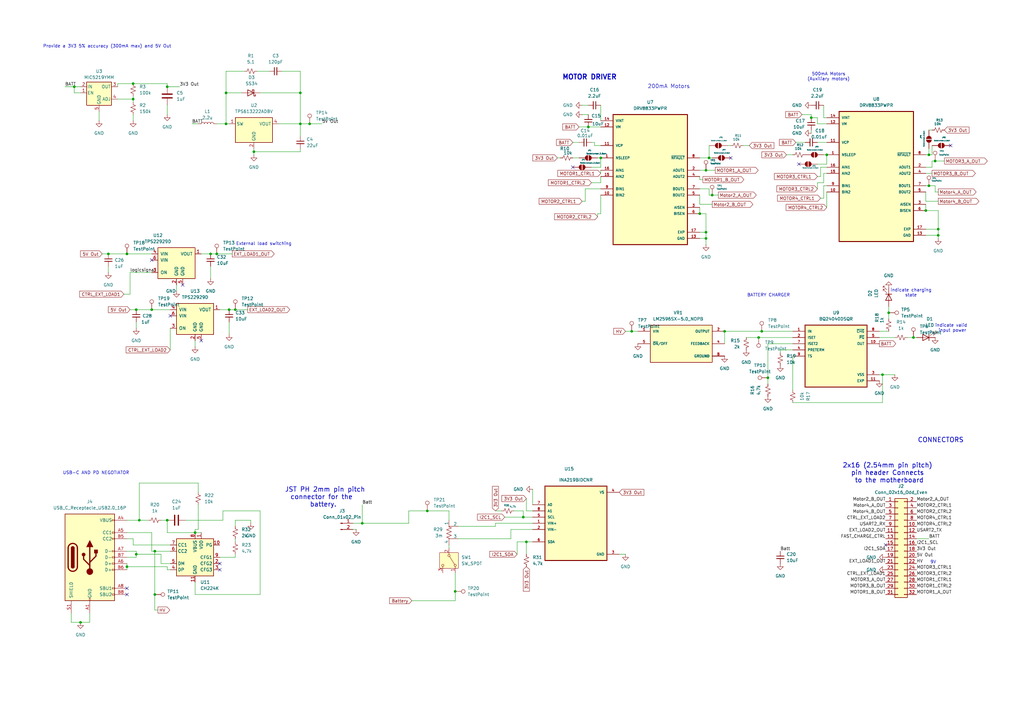
<source format=kicad_sch>
(kicad_sch (version 20250114) (generator "eeschema") (generator_version "9.0")
  (paper "A3")
  (lib_symbols
    (symbol "BQ24040DSQR:BQ24040DSQR" (pin_names (offset 1.016))
      (property "Reference" "U" (at -12.7 13.7 0))
      (property "Value" "BQ24040DSQR" (at -12.7 -16.7 0))
      (symbol "BQ24040DSQR_0_0"
        (pin input line (at -17.78 10.16 0) (length 5.08) (name "IN") (number "1"))
        (pin input line (at -17.78 7.62 0) (length 5.08) (name "ISET") (number "2"))
        (pin input line (at -17.78 5.08 0) (length 5.08) (name "ISET2") (number "7"))
        (pin input line (at -17.78 2.54 0) (length 5.08) (name "PRETERM") (number "4"))
        (pin input line (at -17.78 0 0) (length 5.08) (name "TS") (number "9"))
        (pin output line (at 17.78 10.16 180) (length 5.08) (name "~{CHG}") (number "8"))
        (pin output line (at 17.78 7.62 180) (length 5.08) (name "~{PG}") (number "5"))
        (pin output line (at 17.78 5.08 180) (length 5.08) (name "OUT") (number "10"))
        (pin power_in line (at 17.78 -7.62 180) (length 5.08) (name "VSS") (number "3"))
        (pin power_in line (at 17.78 -10.16 180) (length 5.08) (name "EXP") (number "11"))
      )
    )
    (symbol "Connector:Conn_01x02_Pin" (pin_names (offset 1.016) (hide yes))
      (property "Reference" "J" (at 0 2.54 0))
      (property "Value" "Conn_01x02_Pin" (at 0 -5.08 0))
      (symbol "Conn_01x02_Pin_1_1"
        (pin passive line (at 5.08 0 180) (length 3.81) (name "Pin_1") (number "1"))
        (pin passive line (at 5.08 -2.54 180) (length 3.81) (name "Pin_2") (number "2"))
      )
    )
    (symbol "Connector:TestPoint" (pin_numbers (hide yes)) (pin_names (offset 0.762) (hide yes))
      (property "Reference" "TP" (at 0 6.858 0))
      (property "Value" "TestPoint" (at 0 5.08 0))
      (symbol "TestPoint_1_1"
        (pin passive line (at 0 0 90) (length 2.54) (name "1") (number "1"))
      )
    )
    (symbol "Connector:USB_C_Receptacle_USB2.0_16P" (pin_names (offset 1.016))
      (property "Reference" "J" (at 0 22.225 0))
      (property "Value" "USB_C_Receptacle_USB2.0_16P" (at 0 19.685 0))
      (symbol "USB_C_Receptacle_USB2.0_16P_1_1"
        (pin passive line (at -7.62 -22.86 90) (length 5.08) (name "SHIELD") (number "S1"))
        (pin passive line (at 0 -22.86 90) (length 5.08) (name "GND") (number "A1"))
        (pin passive line (at 0 -22.86 90) (length 5.08) (hide yes) (name "GND") (number "A12"))
        (pin passive line (at 0 -22.86 90) (length 5.08) (hide yes) (name "GND") (number "B1"))
        (pin passive line (at 0 -22.86 90) (length 5.08) (hide yes) (name "GND") (number "B12"))
        (pin passive line (at 15.24 15.24 180) (length 5.08) (name "VBUS") (number "A4"))
        (pin passive line (at 15.24 15.24 180) (length 5.08) (hide yes) (name "VBUS") (number "A9"))
        (pin passive line (at 15.24 15.24 180) (length 5.08) (hide yes) (name "VBUS") (number "B4"))
        (pin passive line (at 15.24 15.24 180) (length 5.08) (hide yes) (name "VBUS") (number "B9"))
        (pin bidirectional line (at 15.24 10.16 180) (length 5.08) (name "CC1") (number "A5"))
        (pin bidirectional line (at 15.24 7.62 180) (length 5.08) (name "CC2") (number "B5"))
        (pin bidirectional line (at 15.24 2.54 180) (length 5.08) (name "D-") (number "A7"))
        (pin bidirectional line (at 15.24 0 180) (length 5.08) (name "D-") (number "B7"))
        (pin bidirectional line (at 15.24 -2.54 180) (length 5.08) (name "D+") (number "A6"))
        (pin bidirectional line (at 15.24 -5.08 180) (length 5.08) (name "D+") (number "B6"))
        (pin bidirectional line (at 15.24 -12.7 180) (length 5.08) (name "SBU1") (number "A8"))
        (pin bidirectional line (at 15.24 -15.24 180) (length 5.08) (name "SBU2") (number "B8"))
      )
    )
    (symbol "Connector_Generic:Conn_02x16_Odd_Even" (pin_names (offset 1.016) (hide yes))
      (property "Reference" "J" (at 1.27 20.32 0))
      (property "Value" "Conn_02x16_Odd_Even" (at 1.27 -22.86 0))
      (symbol "Conn_02x16_Odd_Even_1_1"
        (pin passive line (at -5.08 17.78 0) (length 3.81) (name "Pin_1") (number "1"))
        (pin passive line (at -5.08 15.24 0) (length 3.81) (name "Pin_3") (number "3"))
        (pin passive line (at -5.08 12.7 0) (length 3.81) (name "Pin_5") (number "5"))
        (pin passive line (at -5.08 10.16 0) (length 3.81) (name "Pin_7") (number "7"))
        (pin passive line (at -5.08 7.62 0) (length 3.81) (name "Pin_9") (number "9"))
        (pin passive line (at -5.08 5.08 0) (length 3.81) (name "Pin_11") (number "11"))
        (pin passive line (at -5.08 2.54 0) (length 3.81) (name "Pin_13") (number "13"))
        (pin passive line (at -5.08 0 0) (length 3.81) (name "Pin_15") (number "15"))
        (pin passive line (at -5.08 -2.54 0) (length 3.81) (name "Pin_17") (number "17"))
        (pin passive line (at -5.08 -5.08 0) (length 3.81) (name "Pin_19") (number "19"))
        (pin passive line (at -5.08 -7.62 0) (length 3.81) (name "Pin_21") (number "21"))
        (pin passive line (at -5.08 -10.16 0) (length 3.81) (name "Pin_23") (number "23"))
        (pin passive line (at -5.08 -12.7 0) (length 3.81) (name "Pin_25") (number "25"))
        (pin passive line (at -5.08 -15.24 0) (length 3.81) (name "Pin_27") (number "27"))
        (pin passive line (at -5.08 -17.78 0) (length 3.81) (name "Pin_29") (number "29"))
        (pin passive line (at -5.08 -20.32 0) (length 3.81) (name "Pin_31") (number "31"))
        (pin passive line (at 7.62 17.78 180) (length 3.81) (name "Pin_2") (number "2"))
        (pin passive line (at 7.62 15.24 180) (length 3.81) (name "Pin_4") (number "4"))
        (pin passive line (at 7.62 12.7 180) (length 3.81) (name "Pin_6") (number "6"))
        (pin passive line (at 7.62 10.16 180) (length 3.81) (name "Pin_8") (number "8"))
        (pin passive line (at 7.62 7.62 180) (length 3.81) (name "Pin_10") (number "10"))
        (pin passive line (at 7.62 5.08 180) (length 3.81) (name "Pin_12") (number "12"))
        (pin passive line (at 7.62 2.54 180) (length 3.81) (name "Pin_14") (number "14"))
        (pin passive line (at 7.62 0 180) (length 3.81) (name "Pin_16") (number "16"))
        (pin passive line (at 7.62 -2.54 180) (length 3.81) (name "Pin_18") (number "18"))
        (pin passive line (at 7.62 -5.08 180) (length 3.81) (name "Pin_20") (number "20"))
        (pin passive line (at 7.62 -7.62 180) (length 3.81) (name "Pin_22") (number "22"))
        (pin passive line (at 7.62 -10.16 180) (length 3.81) (name "Pin_24") (number "24"))
        (pin passive line (at 7.62 -12.7 180) (length 3.81) (name "Pin_26") (number "26"))
        (pin passive line (at 7.62 -15.24 180) (length 3.81) (name "Pin_28") (number "28"))
        (pin passive line (at 7.62 -17.78 180) (length 3.81) (name "Pin_30") (number "30"))
        (pin passive line (at 7.62 -20.32 180) (length 3.81) (name "Pin_32") (number "32"))
      )
    )
    (symbol "DRV8833PWPR:DRV8833PWPR" (pin_names (offset 1.016))
      (property "Reference" "U" (at -15.24 28.94 0))
      (property "Value" "DRV8833PWPR" (at -15.24 -29.4 0))
      (symbol "DRV8833PWPR_0_0"
        (pin power_in line (at -20.32 25.4 0) (length 5.08) (name "VINT") (number "14"))
        (pin power_in line (at -20.32 22.86 0) (length 5.08) (name "VM") (number "12"))
        (pin bidirectional line (at -20.32 15.24 0) (length 5.08) (name "VCP") (number "11"))
        (pin input line (at -20.32 10.16 0) (length 5.08) (name "NSLEEP") (number "1"))
        (pin input line (at -20.32 5.08 0) (length 5.08) (name "AIN1") (number "16"))
        (pin input line (at -20.32 2.54 0) (length 5.08) (name "AIN2") (number "15"))
        (pin input line (at -20.32 -2.54 0) (length 5.08) (name "BIN1") (number "9"))
        (pin input line (at -20.32 -5.08 0) (length 5.08) (name "BIN2") (number "10"))
        (pin output line (at 20.32 10.16 180) (length 5.08) (name "~{NFAULT}") (number "8"))
        (pin output line (at 20.32 5.08 180) (length 5.08) (name "AOUT1") (number "2"))
        (pin output line (at 20.32 2.54 180) (length 5.08) (name "AOUT2") (number "4"))
        (pin output line (at 20.32 -2.54 180) (length 5.08) (name "BOUT1") (number "7"))
        (pin output line (at 20.32 -5.08 180) (length 5.08) (name "BOUT2") (number "5"))
        (pin bidirectional line (at 20.32 -10.16 180) (length 5.08) (name "AISEN") (number "3"))
        (pin bidirectional line (at 20.32 -12.7 180) (length 5.08) (name "BISEN") (number "6"))
        (pin passive line (at 20.32 -20.32 180) (length 5.08) (name "EXP") (number "17"))
        (pin power_in line (at 20.32 -22.86 180) (length 5.08) (name "GND") (number "13"))
      )
    )
    (symbol "Device:C" (pin_numbers (hide yes)) (pin_names (offset 0.254))
      (property "Reference" "C" (at 0.635 2.54 0))
      (property "Value" "C" (at 0.635 -2.54 0))
      (symbol "C_1_1"
        (pin passive line (at 0 3.81 270) (length 2.794) (name "~") (number "1"))
        (pin passive line (at 0 -3.81 90) (length 2.794) (name "~") (number "2"))
      )
    )
    (symbol "Device:C_Small" (pin_numbers (hide yes)) (pin_names (offset 0.254) (hide yes))
      (property "Reference" "C" (at 0.254 1.778 0))
      (property "Value" "C_Small" (at 0.254 -2.032 0))
      (symbol "C_Small_1_1"
        (pin passive line (at 0 2.54 270) (length 2.032) (name "~") (number "1"))
        (pin passive line (at 0 -2.54 90) (length 2.032) (name "~") (number "2"))
      )
    )
    (symbol "Device:L" (pin_numbers (hide yes)) (pin_names (offset 1.016) (hide yes))
      (property "Reference" "L" (at -1.27 0 90))
      (property "Value" "L" (at 1.905 0 90))
      (symbol "L_1_1"
        (pin passive line (at 0 3.81 270) (length 1.27) (name "1") (number "1"))
        (pin passive line (at 0 -3.81 90) (length 1.27) (name "2") (number "2"))
      )
    )
    (symbol "Device:LED" (pin_numbers (hide yes)) (pin_names (offset 1.016) (hide yes))
      (property "Reference" "D" (at 0 2.54 0))
      (property "Value" "LED" (at 0 -2.54 0))
      (symbol "LED_1_1"
        (pin passive line (at -3.81 0 0) (length 2.54) (name "K") (number "1"))
        (pin passive line (at 3.81 0 180) (length 2.54) (name "A") (number "2"))
      )
    )
    (symbol "Device:R_Shunt_US" (pin_numbers (hide yes)) (pin_names (offset 0))
      (property "Reference" "R" (at -5.08 0 90))
      (property "Value" "R_Shunt_US" (at -3.048 0 90))
      (symbol "R_Shunt_US_1_1"
        (pin passive line (at 0 5.08 270) (length 2.54) (name "1") (number "1"))
        (pin passive line (at 0 -5.08 90) (length 2.54) (name "4") (number "4"))
        (pin passive line (at 3.81 2.54 180) (length 2.54) (name "2") (number "2"))
        (pin passive line (at 3.81 -2.54 180) (length 2.54) (name "3") (number "3"))
      )
    )
    (symbol "Device:R_Small_US" (pin_numbers (hide yes)) (pin_names (offset 0.254) (hide yes))
      (property "Reference" "R" (at 0.762 0.508 0))
      (property "Value" "R_Small_US" (at 0.762 -1.016 0))
      (symbol "R_Small_US_1_1"
        (pin passive line (at 0 2.54 270) (length 1.016) (name "~") (number "1"))
        (pin passive line (at 0 -2.54 90) (length 1.016) (name "~") (number "2"))
      )
    )
    (symbol "Diode:SS34" (pin_numbers (hide yes)) (pin_names (offset 1.016) (hide yes))
      (property "Reference" "D" (at 0 2.54 0))
      (property "Value" "SS34" (at 0 -2.54 0))
      (symbol "SS34_1_1"
        (pin passive line (at -3.81 0 0) (length 2.54) (name "K") (number "1"))
        (pin passive line (at 3.81 0 180) (length 2.54) (name "A") (number "2"))
      )
    )
    (symbol "INA219BIDCNR:INA219BIDCNR" (pin_names (offset 1.016))
      (property "Reference" "U" (at -12.7 16.24 0))
      (property "Value" "INA219BIDCNR" (at -12.7 -19.24 0))
      (symbol "INA219BIDCNR_0_0"
        (pin input line (at -17.78 7.62 0) (length 5.08) (name "A0") (number "7"))
        (pin input line (at -17.78 5.08 0) (length 5.08) (name "A1") (number "8"))
        (pin input line (at -17.78 2.54 0) (length 5.08) (name "SCL") (number "5"))
        (pin input line (at -17.78 0 0) (length 5.08) (name "VIN+") (number "1"))
        (pin input line (at -17.78 -2.54 0) (length 5.08) (name "VIN-") (number "2"))
        (pin bidirectional line (at -17.78 -7.62 0) (length 5.08) (name "SDA") (number "6"))
        (pin power_in line (at 17.78 12.7 180) (length 5.08) (name "VS") (number "4"))
        (pin power_in line (at 17.78 -12.7 180) (length 5.08) (name "GND") (number "3"))
      )
    )
    (symbol "Interface_USB:CH224K"
      (property "Reference" "U" (at -7.874 -8.89 0))
      (property "Value" "CH224K" (at 3.048 -8.89 0))
      (symbol "CH224K_1_1"
        (pin bidirectional line (at -10.16 5.08 0) (length 2.54) (name "CC1") (number "7"))
        (pin bidirectional line (at -10.16 2.54 0) (length 2.54) (name "CC2") (number "6"))
        (pin bidirectional line (at -10.16 -2.54 0) (length 2.54) (name "DM") (number "5"))
        (pin bidirectional line (at -10.16 -5.08 0) (length 2.54) (name "DP") (number "4"))
        (pin passive line (at 0 10.16 270) (length 2.54) (name "VBUS") (number "8"))
        (pin power_in line (at 0 -10.16 90) (length 2.54) (name "GND") (number "11"))
        (pin power_in line (at 2.54 10.16 270) (length 2.54) (name "VDD") (number "1"))
        (pin open_collector line (at 10.16 5.08 180) (length 2.54) (name "PG") (number "10"))
        (pin passive line (at 10.16 0 180) (length 2.54) (name "CFG1") (number "9"))
        (pin passive line (at 10.16 -2.54 180) (length 2.54) (name "CFG2") (number "2"))
        (pin passive line (at 10.16 -5.08 180) (length 2.54) (name "CFG3") (number "3"))
      )
    )
    (symbol "Jumper:SolderJumper_2_Open" (pin_numbers (hide yes)) (pin_names (offset 0) (hide yes)) (exclude_from_sim yes) (in_bom no)
      (property "Reference" "JP" (at 0 2.032 0))
      (property "Value" "SolderJumper_2_Open" (at 0 -2.54 0))
      (symbol "SolderJumper_2_Open_1_1"
        (pin passive line (at -3.81 0 0) (length 2.54) (name "A") (number "1"))
        (pin passive line (at 3.81 0 180) (length 2.54) (name "B") (number "2"))
      )
    )
    (symbol "LM2596SX-5.0_NOPB:LM2596SX-5.0_NOPB" (pin_names (offset 1.016))
      (property "Reference" "VR" (at -12.7 8.128 0))
      (property "Value" "LM2596SX-5.0_NOPB" (at -12.7 -10.16 0))
      (symbol "LM2596SX-5.0_NOPB_0_0"
        (pin input line (at -17.78 5.08 0) (length 5.08) (name "VIN") (number "1"))
        (pin input line (at -17.78 0 0) (length 5.08) (name "~{ON}/OFF") (number "5"))
        (pin output line (at 17.78 5.08 180) (length 5.08) (name "OUTPUT") (number "2"))
        (pin input line (at 17.78 0 180) (length 5.08) (name "FEEDBACK") (number "4"))
        (pin power_in line (at 17.78 -5.08 180) (length 5.08) (name "GROUND") (number "3"))
        (pin power_in line (at 17.78 -5.08 180) (length 5.08) (name "GROUND") (number "6"))
      )
    )
    (symbol "Power_Management:TPS22929D" (pin_names (offset 1.016))
      (property "Reference" "U" (at -7.62 8.89 0))
      (property "Value" "TPS22929D" (at 7.62 8.89 0))
      (symbol "TPS22929D_1_1"
        (pin power_in line (at -10.16 5.08 0) (length 2.54) (name "VIN") (number "4"))
        (pin power_in line (at -10.16 2.54 0) (length 2.54) (name "VIN") (number "6"))
        (pin input line (at -10.16 -2.54 0) (length 2.54) (name "ON") (number "3"))
        (pin power_in line (at 0 -7.62 90) (length 2.54) (name "GND") (number "2"))
        (pin power_in line (at 2.54 -7.62 90) (length 2.54) (name "GND") (number "5"))
        (pin power_out line (at 10.16 5.08 180) (length 2.54) (name "VOUT") (number "1"))
      )
    )
    (symbol "Regulator_Linear:MIC5219YMM" (pin_names (offset 0.254))
      (property "Reference" "U" (at -3.81 5.715 0))
      (property "Value" "MIC5219YMM" (at 0 5.715 0))
      (symbol "MIC5219YMM_1_1"
        (pin power_in line (at -7.62 2.54 0) (length 2.54) (name "IN") (number "2"))
        (pin input line (at -7.62 0 0) (length 2.54) (name "EN") (number "1"))
        (pin power_in line (at 0 -7.62 90) (length 2.54) (name "GND") (number "5"))
        (pin passive line (at 0 -7.62 90) (length 2.54) (hide yes) (name "GND") (number "6"))
        (pin passive line (at 0 -7.62 90) (length 2.54) (hide yes) (name "GND") (number "7"))
        (pin passive line (at 0 -7.62 90) (length 2.54) (hide yes) (name "GND") (number "8"))
        (pin power_out line (at 7.62 2.54 180) (length 2.54) (name "OUT") (number "3"))
        (pin input line (at 7.62 -2.54 180) (length 2.54) (name "ADJ") (number "4"))
      )
    )
    (symbol "Regulator_Switching:TPS613222ADBV"
      (property "Reference" "U" (at -7.62 6.35 0))
      (property "Value" "TPS613222ADBV" (at 2.54 6.35 0))
      (symbol "TPS613222ADBV_1_1"
        (pin power_in line (at -10.16 2.54 0) (length 2.54) (name "SW") (number "1"))
        (pin no_connect line (at -7.62 -2.54 0) (length 2.54) (hide yes) (name "NC") (number "3"))
        (pin power_in line (at 0 -7.62 90) (length 2.54) (name "GND") (number "2"))
        (pin no_connect line (at 7.62 -2.54 180) (length 2.54) (hide yes) (name "NC") (number "5"))
        (pin power_out line (at 10.16 2.54 180) (length 2.54) (name "VOUT") (number "4"))
      )
    )
    (symbol "Switch:SW_SPDT" (pin_names (offset 0) (hide yes))
      (property "Reference" "SW" (at 0 5.08 0))
      (property "Value" "SW_SPDT" (at 0 -5.08 0))
      (symbol "SW_SPDT_1_1"
        (pin passive line (at -5.08 0 0) (length 2.54) (name "B") (number "2"))
        (pin passive line (at 5.08 2.54 180) (length 2.54) (name "A") (number "1"))
        (pin passive line (at 5.08 -2.54 180) (length 2.54) (name "C") (number "3"))
      )
    )
    (symbol "power:GND" (power) (pin_numbers (hide yes)) (pin_names (offset 0) (hide yes))
      (property "Value" "GND" (at 0 -3.81 0))
      (symbol "GND_1_1"
        (pin power_in line (at 0 0 270) (length 0) (name "~") (number "1"))
      )
    )
  )
  (text "BATTERY CHARGER" (at 315.214 121.158 0) (effects (font (size 1.27 1.27))))
  (text " JST PH 2mm pin pitch\nconnector for the \nbattery." (at 132.588 203.962 0) (effects (font (size 1.9 1.9) (thickness 0.254) (bold yes))))
  (text "External load switching" (at 108.204 100.076 0) (effects (font (size 1.27 1.27))))
  (text " indicate charging \nstate" (at 373.634 120.142 0) (effects (font (size 1.27 1.27))))
  (text "500mA Motors\n(Auxiliary motors)\n" (at 339.852 31.496 0) (effects (font (size 1.27 1.27))))
  (text "MOTOR DRIVER" (at 241.808 31.75 0) (effects (font (size 2 2) (thickness 0.4) (bold yes))))
  (text "indicate valid\n input power" (at 390.144 134.62 0) (effects (font (size 1.27 1.27))))
  (text "2x16 (2.54mm pin pitch) \npin header Connects \nto the motherboard\n" (at 364.744 194.056 0) (effects (font (size 1.9 1.9) (thickness 0.254) (bold yes))))
  (text "CONNECTORS" (at 385.826 180.594 0) (effects (font (size 1.9 1.9) (thickness 0.254) (bold yes))))
  (text "9V\n" (at 382.778 230.632 0) (effects (font (size 1.27 1.27))))
  (text "USB-C AND PD NEGOTIATOR" (at 39.37 194.056 0) (effects (font (size 1.27 1.27))))
  (text "200mA Motors" (at 274.32 35.56 0) (effects (font (size 1.6 1.6))))
  (text "Provide a 3V3 5% accuracy (300mA max) and 5V Out" (at 43.942 19.05 0) (effects (font (size 1.27 1.27))))
  (junction (at 214.63 212.09))
  (junction (at 33.02 255.27))
  (junction (at 297.18 135.89))
  (junction (at 292.1 80.01))
  (junction (at 63.5 243.84))
  (junction (at 55.88 227.33))
  (junction (at 52.07 232.41))
  (junction (at 289.56 95.25))
  (junction (at 246.38 64.77))
  (junction (at 148.59 214.63))
  (junction (at 384.81 93.98))
  (junction (at 92.71 50.8))
  (junction (at 311.15 138.43))
  (junction (at 287.02 87.63))
  (junction (at 289.56 97.79))
  (junction (at 312.42 135.89))
  (junction (at 241.3 52.07))
  (junction (at 123.19 38.1))
  (junction (at 339.09 63.5))
  (junction (at 361.95 153.67))
  (junction (at 379.73 86.36))
  (junction (at 186.69 242.57))
  (junction (at 88.9 104.14))
  (junction (at 93.98 127))
  (junction (at 92.71 38.1))
  (junction (at 96.52 127))
  (junction (at 332.74 48.26))
  (junction (at 62.23 127))
  (junction (at 104.14 62.23))
  (junction (at 383.54 66.04))
  (junction (at 127 50.8))
  (junction (at 381 63.5))
  (junction (at 63.5 226.06))
  (junction (at 384.81 96.52))
  (junction (at 68.58 35.56))
  (junction (at 381 76.2))
  (junction (at 30.48 35.56))
  (junction (at 54.61 34.29))
  (junction (at 215.9 222.25))
  (junction (at 55.88 127))
  (junction (at 314.96 154.94))
  (junction (at 54.61 40.64))
  (junction (at 374.65 138.43))
  (junction (at 290.83 64.77))
  (junction (at 259.08 135.89))
  (junction (at 44.45 104.14))
  (junction (at 52.07 104.14))
  (junction (at 364.49 128.27))
  (junction (at 57.15 213.36))
  (junction (at 123.19 50.8))
  (junction (at 80.01 218.44))
  (junction (at 86.36 104.14))
  (junction (at 289.56 69.85))
  (junction (at 175.26 209.55))
  (junction (at 68.58 213.36))
  (no_connect (at 389.89 59.69))
  (no_connect (at 52.07 243.84))
  (no_connect (at 299.72 64.77))
  (no_connect (at 82.55 139.7))
  (no_connect (at 90.17 231.14))
  (no_connect (at 363.22 223.52))
  (no_connect (at 327.66 67.31))
  (no_connect (at 90.17 233.68))
  (no_connect (at 69.85 129.54))
  (no_connect (at 234.95 68.58))
  (no_connect (at 52.07 241.3))
  (no_connect (at 74.93 116.84))
  (no_connect (at 62.23 106.68))
  (wire (pts (xy 55.88 132.08) (xy 55.88 134.62)))
  (wire (pts (xy 48.26 40.64) (xy 54.61 40.64)))
  (wire (pts (xy 30.48 35.56) (xy 33.02 35.56)))
  (wire (pts (xy 132.08 50.8) (xy 127 50.8)))
  (wire (pts (xy 186.69 242.57) (xy 186.69 246.38)))
  (wire (pts (xy 68.58 34.29) (xy 68.58 35.56)))
  (wire (pts (xy 238.76 46.99) (xy 241.3 46.99)))
  (wire (pts (xy 245.11 64.77) (xy 246.38 64.77)))
  (wire (pts (xy 364.49 128.27) (xy 364.49 125.73)))
  (wire (pts (xy 44.45 104.14) (xy 52.07 104.14)))
  (wire (pts (xy 361.95 153.67) (xy 367.03 153.67)))
  (wire (pts (xy 293.37 69.85) (xy 289.56 69.85)))
  (wire (pts (xy 383.54 78.74) (xy 383.54 76.2)))
  (wire (pts (xy 96.52 215.9) (xy 96.52 213.36)))
  (wire (pts (xy 294.64 80.01) (xy 292.1 80.01)))
  (wire (pts (xy 374.65 138.43) (xy 375.92 138.43)))
  (wire (pts (xy 337.82 43.18) (xy 337.82 48.26)))
  (wire (pts (xy 187.96 220.98) (xy 209.55 220.98)))
  (wire (pts (xy 96.52 222.25) (xy 96.52 220.98)))
  (wire (pts (xy 379.73 63.5) (xy 381 63.5)))
  (wire (pts (xy 52.07 218.44) (xy 62.23 218.44)))
  (wire (pts (xy 339.09 50.8) (xy 335.28 50.8)))
  (wire (pts (xy 92.71 29.21) (xy 100.33 29.21)))
  (wire (pts (xy 325.12 146.05) (xy 325.12 160.02)))
  (wire (pts (xy 387.35 66.04) (xy 383.54 66.04)))
  (wire (pts (xy 212.09 227.33) (xy 212.09 222.25)))
  (wire (pts (xy 240.03 77.47) (xy 246.38 77.47)))
  (wire (pts (xy 44.45 109.22) (xy 44.45 111.76)))
  (wire (pts (xy 292.1 83.82) (xy 287.02 83.82)))
  (wire (pts (xy 337.82 76.2) (xy 337.82 81.28)))
  (wire (pts (xy 335.28 48.26) (xy 332.74 48.26)))
  (wire (pts (xy 297.18 140.97) (xy 297.18 135.89)))
  (wire (pts (xy 289.56 100.33) (xy 289.56 97.79)))
  (wire (pts (xy 86.36 104.14) (xy 88.9 104.14)))
  (wire (pts (xy 184.15 223.52) (xy 184.15 224.79)))
  (wire (pts (xy 55.88 227.33) (xy 55.88 228.6)))
  (wire (pts (xy 81.28 198.12) (xy 81.28 201.93)))
  (wire (pts (xy 146.05 217.17) (xy 144.78 217.17)))
  (wire (pts (xy 384.81 96.52) (xy 384.81 93.98)))
  (wire (pts (xy 337.82 81.28) (xy 336.55 81.28)))
  (wire (pts (xy 57.15 213.36) (xy 60.96 213.36)))
  (wire (pts (xy 52.07 232.41) (xy 52.07 233.68)))
  (wire (pts (xy 339.09 76.2) (xy 337.82 76.2)))
  (wire (pts (xy 290.83 77.47) (xy 287.02 77.47)))
  (wire (pts (xy 215.9 209.55) (xy 215.9 204.47)))
  (wire (pts (xy 96.52 213.36) (xy 102.87 213.36)))
  (wire (pts (xy 106.68 243.84) (xy 80.01 243.84)))
  (wire (pts (xy 379.73 93.98) (xy 384.81 93.98)))
  (wire (pts (xy 209.55 217.17) (xy 218.44 217.17)))
  (wire (pts (xy 82.55 218.44) (xy 80.01 218.44)))
  (wire (pts (xy 80.01 139.7) (xy 80.01 142.24)))
  (wire (pts (xy 287.02 97.79) (xy 289.56 97.79)))
  (wire (pts (xy 93.98 132.08) (xy 93.98 137.16)))
  (wire (pts (xy 62.23 127) (xy 69.85 127)))
  (wire (pts (xy 384.81 97.79) (xy 384.81 96.52)))
  (wire (pts (xy 106.68 209.55) (xy 106.68 243.84)))
  (wire (pts (xy 54.61 39.37) (xy 54.61 40.64)))
  (wire (pts (xy 52.07 231.14) (xy 52.07 232.41)))
  (wire (pts (xy 90.17 228.6) (xy 96.52 228.6)))
  (wire (pts (xy 80.01 217.17) (xy 80.01 218.44)))
  (wire (pts (xy 30.48 35.56) (xy 30.48 38.1)))
  (wire (pts (xy 246.38 74.93) (xy 246.38 72.39)))
  (wire (pts (xy 40.64 45.72) (xy 40.64 49.53)))
  (wire (pts (xy 336.55 72.39) (xy 335.28 72.39)))
  (wire (pts (xy 215.9 222.25) (xy 215.9 227.33)))
  (wire (pts (xy 256.54 135.89) (xy 259.08 135.89)))
  (wire (pts (xy 306.07 138.43) (xy 311.15 138.43)))
  (wire (pts (xy 104.14 62.23) (xy 123.19 62.23)))
  (wire (pts (xy 54.61 223.52) (xy 54.61 220.98)))
  (wire (pts (xy 287.02 87.63) (xy 289.56 87.63)))
  (wire (pts (xy 322.58 63.5) (xy 325.12 63.5)))
  (wire (pts (xy 210.82 209.55) (xy 214.63 209.55)))
  (wire (pts (xy 144.78 214.63) (xy 148.59 214.63)))
  (wire (pts (xy 337.82 74.93) (xy 335.28 74.93)))
  (wire (pts (xy 66.04 231.14) (xy 69.85 231.14)))
  (wire (pts (xy 379.73 96.52) (xy 384.81 96.52)))
  (wire (pts (xy 175.26 209.55) (xy 184.15 209.55)))
  (wire (pts (xy 88.9 104.14) (xy 95.25 104.14)))
  (wire (pts (xy 361.95 165.1) (xy 361.95 153.67)))
  (wire (pts (xy 339.09 63.5) (xy 339.09 67.31)))
  (wire (pts (xy 81.28 217.17) (xy 80.01 217.17)))
  (wire (pts (xy 383.54 76.2) (xy 381 76.2)))
  (wire (pts (xy 228.6 64.77) (xy 229.87 64.77)))
  (wire (pts (xy 364.49 130.81) (xy 364.49 128.27)))
  (wire (pts (xy 335.28 74.93) (xy 335.28 77.47)))
  (wire (pts (xy 168.91 246.38) (xy 186.69 246.38)))
  (wire (pts (xy 381 53.34) (xy 382.27 53.34)))
  (wire (pts (xy 33.02 255.27) (xy 29.21 255.27)))
  (wire (pts (xy 209.55 220.98) (xy 209.55 217.17)))
  (wire (pts (xy 381 60.96) (xy 381 63.5)))
  (wire (pts (xy 148.59 207.01) (xy 148.59 214.63)))
  (wire (pts (xy 381 220.98) (xy 375.92 220.98)))
  (wire (pts (xy 82.55 104.14) (xy 86.36 104.14)))
  (wire (pts (xy 68.58 232.41) (xy 68.58 233.68)))
  (wire (pts (xy 287.02 83.82) (xy 287.02 80.01)))
  (wire (pts (xy 76.2 213.36) (xy 91.44 213.36)))
  (wire (pts (xy 92.71 38.1) (xy 92.71 29.21)))
  (wire (pts (xy 384.81 82.55) (xy 379.73 82.55)))
  (wire (pts (xy 33.02 38.1) (xy 30.48 38.1)))
  (wire (pts (xy 63.5 226.06) (xy 69.85 226.06)))
  (wire (pts (xy 312.42 135.89) (xy 325.12 135.89)))
  (wire (pts (xy 54.61 40.64) (xy 54.61 41.91)))
  (wire (pts (xy 53.34 120.65) (xy 53.34 111.76)))
  (wire (pts (xy 288.29 73.66) (xy 287.02 73.66)))
  (wire (pts (xy 372.11 138.43) (xy 374.65 138.43)))
  (wire (pts (xy 214.63 212.09) (xy 218.44 212.09)))
  (wire (pts (xy 337.82 48.26) (xy 339.09 48.26)))
  (wire (pts (xy 148.59 214.63) (xy 167.64 214.63)))
  (wire (pts (xy 238.76 82.55) (xy 240.03 82.55)))
  (wire (pts (xy 106.68 38.1) (xy 123.19 38.1)))
  (wire (pts (xy 55.88 227.33) (xy 66.04 227.33)))
  (wire (pts (xy 167.64 209.55) (xy 175.26 209.55)))
  (wire (pts (xy 91.44 209.55) (xy 106.68 209.55)))
  (wire (pts (xy 55.88 127) (xy 62.23 127)))
  (wire (pts (xy 384.81 86.36) (xy 379.73 86.36)))
  (wire (pts (xy 29.21 251.46) (xy 29.21 255.27)))
  (wire (pts (xy 246.38 68.58) (xy 246.38 64.77)))
  (wire (pts (xy 52.07 226.06) (xy 55.88 226.06)))
  (wire (pts (xy 360.68 135.89) (xy 364.49 135.89)))
  (wire (pts (xy 114.3 50.8) (xy 123.19 50.8)))
  (wire (pts (xy 53.34 111.76) (xy 62.23 111.76)))
  (wire (pts (xy 80.01 218.44) (xy 68.58 218.44)))
  (wire (pts (xy 384.81 78.74) (xy 383.54 78.74)))
  (wire (pts (xy 203.2 214.63) (xy 218.44 214.63)))
  (wire (pts (xy 292.1 80.01) (xy 290.83 80.01)))
  (wire (pts (xy 218.44 207.01) (xy 218.44 200.66)))
  (wire (pts (xy 287.02 64.77) (xy 290.83 64.77)))
  (wire (pts (xy 246.38 43.18) (xy 246.38 49.53)))
  (wire (pts (xy 242.57 74.93) (xy 246.38 74.93)))
  (wire (pts (xy 203.2 214.63) (xy 203.2 215.9)))
  (wire (pts (xy 54.61 46.99) (xy 54.61 49.53)))
  (wire (pts (xy 314.96 154.94) (xy 314.96 157.48)))
  (wire (pts (xy 246.38 87.63) (xy 246.38 80.01)))
  (wire (pts (xy 339.09 67.31) (xy 335.28 67.31)))
  (wire (pts (xy 335.28 50.8) (xy 335.28 48.26)))
  (wire (pts (xy 339.09 71.12) (xy 337.82 71.12)))
  (wire (pts (xy 48.26 35.56) (xy 48.26 34.29)))
  (wire (pts (xy 212.09 222.25) (xy 215.9 222.25)))
  (wire (pts (xy 234.95 64.77) (xy 237.49 64.77)))
  (wire (pts (xy 104.14 62.23) (xy 104.14 60.96)))
  (wire (pts (xy 41.91 104.14) (xy 44.45 104.14)))
  (wire (pts (xy 96.52 227.33) (xy 96.52 228.6)))
  (wire (pts (xy 93.98 127) (xy 96.52 127)))
  (wire (pts (xy 287.02 85.09) (xy 287.02 87.63)))
  (wire (pts (xy 57.15 198.12) (xy 81.28 198.12)))
  (wire (pts (xy 290.83 59.69) (xy 290.83 64.77)))
  (wire (pts (xy 241.3 52.07) (xy 246.38 52.07)))
  (wire (pts (xy 335.28 58.42) (xy 339.09 58.42)))
  (wire (pts (xy 167.64 214.63) (xy 167.64 209.55)))
  (wire (pts (xy 381 76.2) (xy 379.73 76.2)))
  (wire (pts (xy 207.01 212.09) (xy 214.63 212.09)))
  (wire (pts (xy 92.71 50.8) (xy 92.71 38.1)))
  (wire (pts (xy 328.93 46.99) (xy 332.74 46.99)))
  (wire (pts (xy 311.15 138.43) (xy 325.12 138.43)))
  (wire (pts (xy 332.74 53.34) (xy 332.74 54.61)))
  (wire (pts (xy 360.68 153.67) (xy 361.95 153.67)))
  (wire (pts (xy 214.63 209.55) (xy 214.63 212.09)))
  (wire (pts (xy 290.83 80.01) (xy 290.83 77.47)))
  (wire (pts (xy 72.39 116.84) (xy 72.39 119.38)))
  (wire (pts (xy 381 63.5) (xy 382.27 63.5)))
  (wire (pts (xy 383.54 66.04) (xy 382.27 66.04)))
  (wire (pts (xy 382.27 68.58) (xy 379.73 68.58)))
  (wire (pts (xy 52.07 220.98) (xy 54.61 220.98)))
  (wire (pts (xy 259.08 135.89) (xy 261.62 135.89)))
  (wire (pts (xy 337.82 71.12) (xy 337.82 74.93)))
  (wire (pts (xy 52.07 104.14) (xy 62.23 104.14)))
  (wire (pts (xy 68.58 233.68) (xy 69.85 233.68)))
  (wire (pts (xy 86.36 109.22) (xy 86.36 114.3)))
  (wire (pts (xy 242.57 58.42) (xy 243.84 58.42)))
  (wire (pts (xy 115.57 29.21) (xy 123.19 29.21)))
  (wire (pts (xy 382.27 71.12) (xy 379.73 71.12)))
  (wire (pts (xy 243.84 58.42) (xy 243.84 59.69)))
  (wire (pts (xy 382.27 63.5) (xy 382.27 59.69)))
  (wire (pts (xy 50.8 120.65) (xy 53.34 120.65)))
  (wire (pts (xy 91.44 213.36) (xy 91.44 209.55)))
  (wire (pts (xy 184.15 209.55) (xy 184.15 213.36)))
  (wire (pts (xy 325.12 143.51) (xy 320.04 143.51)))
  (wire (pts (xy 243.84 59.69) (xy 246.38 59.69)))
  (wire (pts (xy 78.74 50.8) (xy 81.28 50.8)))
  (wire (pts (xy 123.19 29.21) (xy 123.19 38.1)))
  (wire (pts (xy 63.5 243.84) (xy 63.5 250.19)))
  (wire (pts (xy 304.8 59.69) (xy 307.34 59.69)))
  (wire (pts (xy 104.14 63.5) (xy 104.14 62.23)))
  (wire (pts (xy 52.07 232.41) (xy 68.58 232.41)))
  (wire (pts (xy 123.19 50.8) (xy 127 50.8)))
  (wire (pts (xy 289.56 95.25) (xy 289.56 87.63)))
  (wire (pts (xy 297.18 135.89) (xy 312.42 135.89)))
  (wire (pts (xy 68.58 213.36) (xy 68.58 218.44)))
  (wire (pts (xy 320.04 143.51) (xy 320.04 144.78)))
  (wire (pts (xy 203.2 209.55) (xy 205.74 209.55)))
  (wire (pts (xy 62.23 218.44) (xy 62.23 226.06)))
  (wire (pts (xy 53.34 127) (xy 55.88 127)))
  (wire (pts (xy 54.61 34.29) (xy 68.58 34.29)))
  (wire (pts (xy 69.85 223.52) (xy 54.61 223.52)))
  (wire (pts (xy 245.11 87.63) (xy 246.38 87.63)))
  (wire (pts (xy 92.71 38.1) (xy 99.06 38.1)))
  (wire (pts (xy 245.11 88.9) (xy 245.11 87.63)))
  (wire (pts (xy 382.27 66.04) (xy 382.27 68.58)))
  (wire (pts (xy 237.49 52.07) (xy 241.3 52.07)))
  (wire (pts (xy 234.95 58.42) (xy 237.49 58.42)))
  (wire (pts (xy 325.12 165.1) (xy 361.95 165.1)))
  (wire (pts (xy 289.56 69.85) (xy 287.02 69.85)))
  (wire (pts (xy 290.83 64.77) (xy 292.1 64.77)))
  (wire (pts (xy 337.82 63.5) (xy 339.09 63.5)))
  (wire (pts (xy 218.44 222.25) (xy 215.9 222.25)))
  (wire (pts (xy 241.3 43.18) (xy 238.76 43.18)))
  (wire (pts (xy 62.23 226.06) (xy 63.5 226.06)))
  (wire (pts (xy 289.56 97.79) (xy 289.56 95.25)))
  (wire (pts (xy 63.5 250.19) (xy 64.77 250.19)))
  (wire (pts (xy 287.02 73.66) (xy 287.02 72.39)))
  (wire (pts (xy 240.03 82.55) (xy 240.03 77.47)))
  (wire (pts (xy 96.52 127) (xy 101.6 127)))
  (wire (pts (xy 218.44 209.55) (xy 215.9 209.55)))
  (wire (pts (xy 66.04 227.33) (xy 66.04 231.14)))
  (wire (pts (xy 384.81 93.98) (xy 384.81 86.36)))
  (wire (pts (xy 57.15 213.36) (xy 57.15 198.12)))
  (wire (pts (xy 90.17 127) (xy 93.98 127)))
  (wire (pts (xy 336.55 68.58) (xy 336.55 72.39)))
  (wire (pts (xy 254 227.33) (xy 256.54 227.33)))
  (wire (pts (xy 379.73 82.55) (xy 379.73 78.74)))
  (wire (pts (xy 379.73 83.82) (xy 379.73 86.36)))
  (wire (pts (xy 360.68 138.43) (xy 367.03 138.43)))
  (wire (pts (xy 55.88 226.06) (xy 55.88 227.33)))
  (wire (pts (xy 287.02 95.25) (xy 289.56 95.25)))
  (wire (pts (xy 325.12 140.97) (xy 314.96 140.97)))
  (wire (pts (xy 68.58 35.56) (xy 73.66 35.56)))
  (wire (pts (xy 339.09 68.58) (xy 336.55 68.58)))
  (wire (pts (xy 339.09 85.09) (xy 339.09 78.74)))
  (wire (pts (xy 242.57 68.58) (xy 246.38 68.58)))
  (wire (pts (xy 102.87 213.36) (xy 102.87 214.63)))
  (wire (pts (xy 123.19 60.96) (xy 123.19 62.23)))
  (wire (pts (xy 26.67 35.56) (xy 30.48 35.56)))
  (wire (pts (xy 88.9 50.8) (xy 92.71 50.8)))
  (wire (pts (xy 92.71 50.8) (xy 93.98 50.8)))
  (wire (pts (xy 187.96 215.9) (xy 203.2 215.9)))
  (wire (pts (xy 63.5 226.06) (xy 63.5 243.84)))
  (wire (pts (xy 332.74 46.99) (xy 332.74 48.26)))
  (wire (pts (xy 48.26 34.29) (xy 54.61 34.29)))
  (wire (pts (xy 123.19 55.88) (xy 123.19 50.8)))
  (wire (pts (xy 123.19 38.1) (xy 123.19 50.8)))
  (wire (pts (xy 80.01 243.84) (xy 80.01 238.76)))
  (wire (pts (xy 52.07 213.36) (xy 57.15 213.36)))
  (wire (pts (xy 66.04 213.36) (xy 68.58 213.36)))
  (wire (pts (xy 69.85 134.62) (xy 69.85 143.51)))
  (wire (pts (xy 246.38 71.12) (xy 246.38 69.85)))
  (wire (pts (xy 105.41 29.21) (xy 110.49 29.21)))
  (wire (pts (xy 33.02 255.27) (xy 36.83 255.27)))
  (wire (pts (xy 330.2 58.42) (xy 326.39 58.42)))
  (wire (pts (xy 81.28 207.01) (xy 81.28 217.17)))
  (wire (pts (xy 314.96 140.97) (xy 314.96 154.94)))
  (wire (pts (xy 186.69 234.95) (xy 186.69 242.57)))
  (wire (pts (xy 68.58 43.18) (xy 68.58 46.99)))
  (wire (pts (xy 52.07 228.6) (xy 55.88 228.6)))
  (wire (pts (xy 36.83 251.46) (xy 36.83 255.27)))
  (wire (pts (xy 298.45 59.69) (xy 299.72 59.69)))
  (label "Motor4_A_OUT" (at 363.22 208.28 180))
  (label "Batt" (at 320.04 226.06 0))
  (label "3V3 Out" (at 73.66 35.56 0))
  (label "Motor2_B_OUT" (at 363.22 205.74 180) (effects (font (thickness 0.1588))))
  (label "I2C1_SDA" (at 363.22 226.06 180))
  (label "MOTOR1_CTRL1" (at 375.92 238.76 0))
  (label "EXT_LOAD1_OUT" (at 363.22 231.14 180))
  (label "Motor2_A_OUT" (at 375.92 205.74 0) (effects (font (thickness 0.1588))))
  (label "CTRL_EXT_LOAD1" (at 363.22 236.22 180))
  (label "MOTOR3_A_OUT" (at 363.22 238.76 180))
  (label "3V3 Out" (at 375.92 226.06 0))
  (label "MOTOR3_CTRL2" (at 375.92 236.22 0))
  (label "logicsignal" (at 53.34 111.76 0))
  (label "BATT" (at 78.74 50.8 0))
  (label "MOTOR1_CTRL2" (at 375.92 241.3 0))
  (label "CTRL_EXT_LOAD2" (at 363.22 213.36 180))
  (label "BATT" (at 381 220.98 0))
  (label "MOTOR4_CTRL2" (at 375.92 215.9 0))
  (label "FAST_CHARGE_CTRL" (at 363.22 220.98 180))
  (label "I2C1_SCL" (at 375.92 223.52 0))
  (label "Motor4_B_OUT" (at 363.22 210.82 180))
  (label "EXT_LOAD2_OUT" (at 363.22 218.44 180))
  (label "BATT" (at 26.67 35.56 0))
  (label "MOTOR3_B_OUT" (at 363.22 241.3 180))
  (label "HV" (at 375.92 231.14 0))
  (label "USART2_RX" (at 363.22 215.9 180))
  (label "5V Out" (at 375.92 228.6 0))
  (label "MOTOR4_CTRL1" (at 375.92 213.36 0))
  (label "USART2_TX" (at 375.92 218.44 0))
  (label "5V Out" (at 132.08 50.8 0))
  (label "MOTOR2_CTRL2" (at 375.92 210.82 0))
  (label "MOTOR1_B_OUT" (at 363.22 243.84 180))
  (label "MOTOR2_CTRL1" (at 375.92 208.28 0))
  (label "Batt" (at 148.59 207.01 0) (effects (font (thickness 0.1588))))
  (label "MOTOR1_A_OUT" (at 375.92 243.84 0))
  (label "MOTOR3_CTRL1" (at 375.92 233.68 0))
  (global_label "HV" (shape output) (at 64.77 250.19 0) (property "Intersheetrefs" "${INTERSHEET_REFS}" (effects (hide yes))))
  (global_label "3V3 Out" (shape input) (at 203.2 209.55 90) (property "Intersheetrefs" "${INTERSHEET_REFS}" (effects (hide yes))))
  (global_label "I2C1_SCL" (shape input) (at 207.01 212.09 180) (property "Intersheetrefs" "${INTERSHEET_REFS}" (effects (hide yes))))
  (global_label "5V Out" (shape input) (at 41.91 104.14 180) (property "Intersheetrefs" "${INTERSHEET_REFS}" (effects (hide yes))))
  (global_label "MOTOR4_CTRL2" (shape input) (at 339.09 85.09 180) (property "Intersheetrefs" "${INTERSHEET_REFS}" (effects (hide yes))))
  (global_label "HV" (shape input) (at 256.54 135.89 180) (property "Intersheetrefs" "${INTERSHEET_REFS}" (effects (hide yes))))
  (global_label "BATT" (shape input) (at 234.95 58.42 180) (property "Intersheetrefs" "${INTERSHEET_REFS}" (effects (hide yes))))
  (global_label "BATT" (shape input) (at 328.93 46.99 180) (property "Intersheetrefs" "${INTERSHEET_REFS}" (effects (hide yes))))
  (global_label "MOTOR3_CTRL2" (shape input) (at 335.28 77.47 180) (property "Intersheetrefs" "${INTERSHEET_REFS}" (effects (hide yes))))
  (global_label "MOTOR4_CTRL1 " (shape input) (at 336.55 81.28 180) (property "Intersheetrefs" "${INTERSHEET_REFS}" (effects (hide yes))))
  (global_label "3V3 Out" (shape input) (at 387.35 53.34 0) (property "Intersheetrefs" "${INTERSHEET_REFS}" (effects (hide yes))))
  (global_label "3V3 Out" (shape input) (at 307.34 59.69 0) (property "Intersheetrefs" "${INTERSHEET_REFS}" (effects (hide yes))))
  (global_label "3V3 Out" (shape input) (at 215.9 204.47 180) (property "Intersheetrefs" "${INTERSHEET_REFS}" (effects (hide yes))))
  (global_label "Motor2_A_OUT" (shape output) (at 294.64 80.01 0) (property "Intersheetrefs" "${INTERSHEET_REFS}" (effects (hide yes))))
  (global_label "BATT" (shape input) (at 237.49 52.07 180) (property "Intersheetrefs" "${INTERSHEET_REFS}" (effects (hide yes))))
  (global_label "Motor4_A_OUT" (shape output) (at 384.81 78.74 0) (property "Intersheetrefs" "${INTERSHEET_REFS}" (effects (hide yes))))
  (global_label "BATT" (shape output) (at 360.68 140.97 0) (property "Intersheetrefs" "${INTERSHEET_REFS}" (effects (hide yes))))
  (global_label "Battery" (shape input) (at 168.91 246.38 180) (property "Intersheetrefs" "${INTERSHEET_REFS}" (effects (hide yes))))
  (global_label "I2C1_SDA" (shape input) (at 212.09 227.33 180) (property "Intersheetrefs" "${INTERSHEET_REFS}" (effects (hide yes))))
  (global_label "MOTOR2_CTRL1 " (shape input) (at 238.76 82.55 180) (property "Intersheetrefs" "${INTERSHEET_REFS}" (effects (hide yes))))
  (global_label "3V3 Out" (shape input) (at 228.6 64.77 180) (property "Intersheetrefs" "${INTERSHEET_REFS}" (effects (hide yes))))
  (global_label "MOTOR3_CTRL1 " (shape input) (at 335.28 72.39 180) (property "Intersheetrefs" "${INTERSHEET_REFS}" (effects (hide yes))))
  (global_label "5V Out" (shape input) (at 53.34 127 180) (property "Intersheetrefs" "${INTERSHEET_REFS}" (effects (hide yes))))
  (global_label "MOTOR2_CTRL2 " (shape input) (at 245.11 88.9 180) (property "Intersheetrefs" "${INTERSHEET_REFS}" (effects (hide yes))))
  (global_label "MOTOR1_CTRL2 " (shape input) (at 242.57 74.93 180) (property "Intersheetrefs" "${INTERSHEET_REFS}" (effects (hide yes))))
  (global_label "CTRL_EXT_LOAD1" (shape input) (at 50.8 120.65 180) (property "Intersheetrefs" "${INTERSHEET_REFS}" (effects (hide yes))))
  (global_label "MOTOR3_A_OUT " (shape output) (at 387.35 66.04 0) (property "Intersheetrefs" "${INTERSHEET_REFS}" (effects (hide yes))))
  (global_label "3V3 Out" (shape input) (at 254 201.93 0) (property "Intersheetrefs" "${INTERSHEET_REFS}" (effects (hide yes))))
  (global_label "3V3 Out" (shape input) (at 215.9 232.41 270) (property "Intersheetrefs" "${INTERSHEET_REFS}" (effects (hide yes))))
  (global_label "CTRL_EXT_LOAD2" (shape input) (at 69.85 143.51 180) (property "Intersheetrefs" "${INTERSHEET_REFS}" (effects (hide yes))))
  (global_label "Motor4_B_OUT " (shape output) (at 384.81 82.55 0) (property "Intersheetrefs" "${INTERSHEET_REFS}" (effects (hide yes))))
  (global_label "MOTOR3_B_OUT " (shape output) (at 382.27 71.12 0) (property "Intersheetrefs" "${INTERSHEET_REFS}" (effects (hide yes))))
  (global_label "MOTOR1_CTRL1 " (shape input) (at 246.38 71.12 180) (property "Intersheetrefs" "${INTERSHEET_REFS}" (effects (hide yes))))
  (global_label "Motor2_B_OUT " (shape output) (at 292.1 83.82 0) (property "Intersheetrefs" "${INTERSHEET_REFS}" (effects (hide yes))))
  (global_label "3V3 Out" (shape input) (at 322.58 63.5 180) (property "Intersheetrefs" "${INTERSHEET_REFS}" (effects (hide yes))))
  (global_label "MOTOR1_B_OUT" (shape output) (at 288.29 73.66 0) (property "Intersheetrefs" "${INTERSHEET_REFS}" (effects (hide yes))))
  (global_label "EXT_LOAD2_OUT" (shape output) (at 101.6 127 0) (property "Intersheetrefs" "${INTERSHEET_REFS}" (effects (hide yes))))
  (global_label "EXT_LOAD1_OUT" (shape output) (at 95.25 104.14 0) (property "Intersheetrefs" "${INTERSHEET_REFS}" (effects (hide yes))))
  (global_label "MOTOR1_A_OUT " (shape output) (at 293.37 69.85 0) (property "Intersheetrefs" "${INTERSHEET_REFS}" (effects (hide yes))))
  (global_label "BATT" (shape input) (at 326.39 58.42 180) (property "Intersheetrefs" "${INTERSHEET_REFS}" (effects (hide yes))))
  (symbol (lib_id "power:GND") (at 146.05 217.17 0) (unit 1)
    (property "Reference" "#PWR057" (effects (hide yes)))
    (property "Value" "GND" (at 146.05 222.25 0))
    (property "Description" "Power symbol creates a global label with name \"GND\" , ground" (effects (hide yes)))
  )
  (symbol (lib_id "power:GND") (at 367.03 153.67 0) (unit 1)
    (property "Reference" "#PWR033" (effects (hide yes)))
    (property "Value" "GND" (at 367.03 158.75 0))
    (property "Description" "Power symbol creates a global label with name \"GND\" , ground" (effects (hide yes)))
  )
  (symbol (lib_id "Connector:TestPoint") (at 63.5 243.84 270) (unit 1)
    (property "Reference" "TP11" (at 68.58 242.5699 90) (effects (justify left)))
    (property "Value" "TestPoint" (at 68.58 245.1099 90) (effects (justify left)))
    (property "Footprint" "TestPoint:TestPoint_Pad_D2.0mm" (effects (hide yes)))
    (property "Description" "test point" (effects (hide yes)))
  )
  (symbol (lib_id "power:GND") (at 332.74 43.18 270) (unit 1)
    (property "Reference" "#PWR028" (effects (hide yes)))
    (property "Value" "GND" (at 328.93 43.1799 90) (effects (justify right)))
    (property "Description" "Power symbol creates a global label with name \"GND\" , ground" (effects (hide yes)))
  )
  (symbol (lib_id "Connector:TestPoint") (at 289.56 69.85 0) (unit 1)
    (property "Reference" "TP2" (at 291.338 65.786 0) (effects (font (size 0.7 0.7)) (justify left)))
    (property "Value" "TestPoint" (at 291.338 67.056 0) (effects (font (size 0.6 0.6)) (justify left)))
    (property "Footprint" "TestPoint:TestPoint_Pad_D2.0mm" (effects (hide yes)))
    (property "Description" "test point" (effects (hide yes)))
  )
  (symbol (lib_id "Connector:TestPoint") (at 259.08 135.89 0) (unit 1)
    (property "Reference" "TP7" (at 261.62 131.3179 0) (effects (justify left)))
    (property "Value" "TestPoint" (at 261.62 133.8579 0) (effects (justify left)))
    (property "Footprint" "TestPoint:TestPoint_Pad_D2.0mm" (effects (hide yes)))
    (property "Description" "test point" (effects (hide yes)))
  )
  (symbol (lib_id "Connector:TestPoint") (at 127 50.8 0) (unit 1)
    (property "Reference" "TP14" (at 129.54 46.2279 0) (effects (justify left)))
    (property "Value" "TestPoint" (at 129.54 48.7679 0) (effects (justify left)))
    (property "Footprint" "TestPoint:TestPoint_Pad_D2.0mm" (effects (hide yes)))
    (property "Description" "test point" (effects (hide yes)))
  )
  (symbol (lib_id "Power_Management:TPS22929D") (at 80.01 132.08 0) (unit 1)
    (property "Reference" "U13" (at 80.01 119.38 0))
    (property "Value" "TPS22929D" (at 80.01 121.92 0))
    (property "Footprint" "Package_TO_SOT_SMD:SOT-23-6" (effects (hide yes)))
    (property "Datasheet" "http://www.ti.com/lit/ds/symlink/tps22929d.pdf" (effects (hide yes)))
    (property "Description" "High side, power distribution switch, 1.4V-5.5V, 1.8A, SOT23-6 package" (effects (hide yes)))
    (property "LCSC" "C415177 " (effects (hide yes)))
  )
  (symbol (lib_id "Switch:SW_SPDT") (at 184.15 229.87 270) (unit 1)
    (property "Reference" "SW1" (at 189.23 228.5999 90) (effects (justify left)))
    (property "Value" "SW_SPDT" (at 189.23 231.1399 90) (effects (justify left)))
    (property "Footprint" "Button_Switch_THT:SW_Slide_SPDT_Angled_CK_OS102011MA1Q" (effects (hide yes)))
    (property "Description" "Switch, single pole double throw" (effects (hide yes)))
  )
  (symbol (lib_id "Device:LED") (at 379.73 138.43 180) (unit 1)
    (property "Reference" "D1" (at 381.3175 130.81 0))
    (property "Value" "LED" (at 381.3175 133.35 0))
    (property "Footprint" "LED_SMD:LED_0805_2012Metric_Pad1.15x1.40mm_HandSolder" (effects (hide yes)))
    (property "Description" "Light emitting diode" (effects (hide yes)))
    (property "Sim.Pins" "1=K 2=A" (effects (hide yes)))
  )
  (symbol (lib_id "Device:R_Small_US") (at 96.52 224.79 0) (unit 1)
    (property "Reference" "R23" (at 99.06 223.5199 0) (effects (justify left)))
    (property "Value" "4.7k" (at 99.06 226.0599 0) (effects (justify left)))
    (property "Footprint" "Resistor_SMD:R_0402_1005Metric_Pad0.72x0.64mm_HandSolder" (effects (hide yes)))
    (property "Description" "Resistor, small US symbol" (effects (hide yes)))
  )
  (symbol (lib_id "power:GND") (at 86.36 114.3 0) (unit 1)
    (property "Reference" "#PWR054" (effects (hide yes)))
    (property "Value" "GND" (at 86.36 119.38 0))
    (property "Description" "Power symbol creates a global label with name \"GND\" , ground" (effects (hide yes)))
  )
  (symbol (lib_id "Connector:TestPoint") (at 292.1 80.01 0) (unit 1)
    (property "Reference" "TP1" (at 294.132 76.2 0) (effects (font (size 0.7 0.7)) (justify left)))
    (property "Value" "TestPoint" (at 293.878 77.47 0) (effects (font (size 0.6 0.6)) (justify left)))
    (property "Footprint" "TestPoint:TestPoint_Pad_D2.0mm" (effects (hide yes)))
    (property "Description" "test point" (effects (hide yes)))
  )
  (symbol (lib_id "power:GND") (at 363.22 228.6 270) (unit 1)
    (property "Reference" "#PWR019" (effects (hide yes)))
    (property "Value" "GND" (at 359.41 228.5999 90) (effects (justify right)))
    (property "Description" "Power symbol creates a global label with name \"GND\" , ground" (effects (hide yes)))
  )
  (symbol (lib_id "Device:R_Small_US") (at 327.66 63.5 270) (unit 1)
    (property "Reference" "R12" (at 328.168 59.436 90) (effects (font (size 0.9 0.9))))
    (property "Value" "10k" (at 327.406 60.96 90) (effects (font (size 1 1))))
    (property "Footprint" "Resistor_SMD:R_0402_1005Metric_Pad0.72x0.64mm_HandSolder" (effects (hide yes)))
    (property "Description" "Resistor, small US symbol" (effects (hide yes)))
  )
  (symbol (lib_id "DRV8833PWPR:DRV8833PWPR") (at 266.7 74.93 0) (unit 1)
    (property "Reference" "U7" (at 266.7 41.91 0))
    (property "Value" "DRV8833PWPR" (at 266.7 44.45 0))
    (property "Footprint" "DRV8833PWPR:IC_DRV8833PWPR" (effects (hide yes)))
    (property "Datasheet" "https://jlcpcb.com/api/file/downloadByFileSystemAccessId/8588881461298802689" (effects (hide yes)))
    (property "MF" "Texas Instruments" (effects (hide yes)))
    (property "MOUSER-PURCHASE-URL" "https://snapeda.com/shop?store=Mouser&id=377881" (effects (hide yes)))
    (property "DESCRIPTION" "10.8-V, 2-A dual H-bridge motor driver with current regulation 16-HTSSOP -40 to 85" (effects (hide yes)))
    (property "PACKAGE" "HTSSOP-16 Texas Instruments" (effects (hide yes)))
    (property "Price" "None" (effects (hide yes)))
    (property "PRICE" "None" (effects (hide yes)))
    (property "Package" "HTSSOP-16 Texas Instruments" (effects (hide yes)))
    (property "Check_prices" "https://www.snapeda.com/parts/DRV8833PWPR/Texas+Instruments/view-part/?ref=eda" (effects (hide yes)))
    (property "STANDARD" "Manufacturer Recommendations" (effects (hide yes)))
    (property "PARTREV" "E" (effects (hide yes)))
    (property "SnapEDA_Link" "https://www.snapeda.com/parts/DRV8833PWPR/Texas+Instruments/view-part/?ref=snap" (effects (hide yes)))
    (property "MP" "DRV8833PWPR" (effects (hide yes)))
    (property "TEXAS_INSTRUMENTS-PURCHASE-URL" "https://snapeda.com/shop?store=Texas+Instruments&id=377881" (effects (hide yes)))
    (property "MAXIMUM_PACKAGE_HEIGHT" "1.2mm" (effects (hide yes)))
    (property "Description_1" "\n                        \n                            10.8-V, 2-A dual H-bridge motor driver with current regulation\n                        \n" (effects (hide yes)))
    (property "Availability" "In Stock" (effects (hide yes)))
    (property "AVAILABILITY" "Warning" (effects (hide yes)))
    (property "DIGIKEY-PURCHASE-URL" "https://snapeda.com/shop?store=DigiKey&id=377881" (effects (hide yes)))
    (property "MANUFACTURER" "Texas Instruments" (effects (hide yes)))
    (property "LCSC" "C50506" (effects (hide yes)))
  )
  (symbol (lib_id "Device:C_Small") (at 332.74 58.42 270) (unit 1)
    (property "Reference" "C18" (at 336.296 53.594 90))
    (property "Value" "0.01uF" (at 336.042 56.134 90))
    (property "Footprint" "Capacitor_SMD:C_0402_1005Metric_Pad0.74x0.62mm_HandSolder" (effects (hide yes)))
    (property "Description" "Unpolarized capacitor, small symbol" (effects (hide yes)))
  )
  (symbol (lib_id "Device:C_Small") (at 55.88 129.54 0) (unit 1)
    (property "Reference" "C28" (at 58.42 129.5462 0) (effects (justify left)))
    (property "Value" "1uF" (at 57.912 132.08 0) (effects (justify left)))
    (property "Footprint" "Capacitor_SMD:C_0402_1005Metric_Pad0.74x0.62mm_HandSolder" (effects (hide yes)))
    (property "Description" "Unpolarized capacitor, small symbol" (effects (hide yes)))
  )
  (symbol (lib_id "Jumper:SolderJumper_2_Open") (at 331.47 67.31 0) (unit 1) (exclude_from_sim yes) (in_bom no)
    (property "Reference" "JP3" (at 333.756 68.072 0) (effects (font (size 0.5 0.5))))
    (property "Value" "SolderJumper_2_Open" (at 332.486 68.834 0) (effects (font (size 0.4 0.4))))
    (property "Footprint" "Jumper:SolderJumper-2_P1.3mm_Open_RoundedPad1.0x1.5mm" (effects (hide yes)))
    (property "Description" "Solder Jumper, 2-pole, open" (effects (hide yes)))
  )
  (symbol (lib_id "power:GND") (at 360.68 156.21 0) (unit 1)
    (property "Reference" "#PWR035" (effects (hide yes)))
    (property "Value" "GND" (at 360.68 161.29 0))
    (property "Description" "Power symbol creates a global label with name \"GND\" , ground" (effects (hide yes)))
  )
  (symbol (lib_id "Device:R_Small_US") (at 364.49 133.35 0) (unit 1)
    (property "Reference" "R18" (at 359.664 130.302 90))
    (property "Value" "1k" (at 361.696 131.318 90))
    (property "Footprint" "Resistor_SMD:R_0402_1005Metric_Pad0.72x0.64mm_HandSolder" (effects (hide yes)))
    (property "Description" "Resistor, small US symbol" (effects (hide yes)))
  )
  (symbol (lib_id "Device:R_Small_US") (at 232.41 64.77 270) (unit 1)
    (property "Reference" "R10" (at 231.648 60.96 90))
    (property "Value" "10k" (at 232.918 62.738 90))
    (property "Footprint" "Resistor_SMD:R_0402_1005Metric_Pad0.72x0.64mm_HandSolder" (effects (hide yes)))
    (property "Description" "Resistor, small US symbol" (effects (hide yes)))
  )
  (symbol (lib_id "Connector:TestPoint") (at 314.96 154.94 90) (unit 1)
    (property "Reference" "TP10" (at 311.658 149.86 90))
    (property "Value" "TestPoint" (at 311.658 152.4 90))
    (property "Footprint" "TestPoint:TestPoint_Pad_D2.0mm" (effects (hide yes)))
    (property "Description" "test point" (effects (hide yes)))
  )
  (symbol (lib_id "Device:R_Small_US") (at 54.61 36.83 0) (unit 1)
    (property "Reference" "R3" (at 57.15 35.5599 0) (effects (justify left)))
    (property "Value" "100k" (at 57.15 38.0999 0) (effects (justify left)))
    (property "Description" "Resistor, small US symbol" (effects (hide yes)))
  )
  (symbol (lib_id "Device:C_Small") (at 335.28 43.18 270) (unit 1)
    (property "Reference" "C19" (at 335.2736 36.83 90))
    (property "Value" "2.2uF" (at 335.2736 39.37 90))
    (property "Footprint" "Capacitor_SMD:C_0402_1005Metric_Pad0.74x0.62mm_HandSolder" (effects (hide yes)))
    (property "Description" "Unpolarized capacitor, small symbol" (effects (hide yes)))
  )
  (symbol (lib_id "Jumper:SolderJumper_2_Open") (at 381 57.15 90) (unit 1) (exclude_from_sim yes) (in_bom no)
    (property "Reference" "JP9" (at 377.698 56.134 0) (effects (font (size 0.5 0.5))))
    (property "Value" "SolderJumper_2_Open" (at 378.968 56.896 0) (effects (font (size 0.4 0.4))))
    (property "Footprint" "Jumper:SolderJumper-2_P1.3mm_Open_RoundedPad1.0x1.5mm" (effects (hide yes)))
    (property "Description" "Solder Jumper, 2-pole, open" (effects (hide yes)))
  )
  (symbol (lib_id "power:GND") (at 80.01 142.24 0) (unit 1)
    (property "Reference" "#PWR052" (effects (hide yes)))
    (property "Value" "GND" (at 80.01 147.32 0))
    (property "Description" "Power symbol creates a global label with name \"GND\" , ground" (effects (hide yes)))
  )
  (symbol (lib_id "Device:R_Small_US") (at 320.04 147.32 0) (unit 1)
    (property "Reference" "R19" (at 322.58 146.0499 0) (effects (justify left)))
    (property "Value" "10k" (at 322.58 148.5899 0) (effects (justify left)))
    (property "Footprint" "Resistor_SMD:R_0402_1005Metric_Pad0.72x0.64mm_HandSolder" (effects (hide yes)))
    (property "Description" "Resistor, small US symbol" (effects (hide yes)))
  )
  (symbol (lib_id "Jumper:SolderJumper_2_Open") (at 294.64 59.69 0) (unit 1) (exclude_from_sim yes) (in_bom no)
    (property "Reference" "JP5" (at 295.656 56.388 0) (effects (font (size 0.5 0.5))))
    (property "Value" "SolderJumper_2_Open" (at 294.894 57.658 0) (effects (font (size 0.4 0.4))))
    (property "Footprint" "Jumper:SolderJumper-2_P1.3mm_Open_RoundedPad1.0x1.5mm" (effects (hide yes)))
    (property "Description" "Solder Jumper, 2-pole, open" (effects (hide yes)))
  )
  (symbol (lib_id "DRV8833PWPR:DRV8833PWPR") (at 359.41 73.66 0) (unit 1)
    (property "Reference" "U8" (at 359.41 40.64 0))
    (property "Value" "DRV8833PWPR" (at 359.41 43.18 0))
    (property "Footprint" "DRV8833PWPR:IC_DRV8833PWPR" (effects (hide yes)))
    (property "Datasheet" "https://jlcpcb.com/api/file/downloadByFileSystemAccessId/8588881461298802689" (effects (hide yes)))
    (property "MF" "Texas Instruments" (effects (hide yes)))
    (property "MOUSER-PURCHASE-URL" "https://snapeda.com/shop?store=Mouser&id=377881" (effects (hide yes)))
    (property "DESCRIPTION" "10.8-V, 2-A dual H-bridge motor driver with current regulation 16-HTSSOP -40 to 85" (effects (hide yes)))
    (property "PACKAGE" "HTSSOP-16 Texas Instruments" (effects (hide yes)))
    (property "Price" "None" (effects (hide yes)))
    (property "PRICE" "None" (effects (hide yes)))
    (property "Package" "HTSSOP-16 Texas Instruments" (effects (hide yes)))
    (property "Check_prices" "https://www.snapeda.com/parts/DRV8833PWPR/Texas+Instruments/view-part/?ref=eda" (effects (hide yes)))
    (property "STANDARD" "Manufacturer Recommendations" (effects (hide yes)))
    (property "PARTREV" "E" (effects (hide yes)))
    (property "SnapEDA_Link" "https://www.snapeda.com/parts/DRV8833PWPR/Texas+Instruments/view-part/?ref=snap" (effects (hide yes)))
    (property "MP" "DRV8833PWPR" (effects (hide yes)))
    (property "TEXAS_INSTRUMENTS-PURCHASE-URL" "https://snapeda.com/shop?store=Texas+Instruments&id=377881" (effects (hide yes)))
    (property "MAXIMUM_PACKAGE_HEIGHT" "1.2mm" (effects (hide yes)))
    (property "Description_1" "\n                        \n                            10.8-V, 2-A dual H-bridge motor driver with current regulation\n                        \n" (effects (hide yes)))
    (property "Availability" "In Stock" (effects (hide yes)))
    (property "AVAILABILITY" "Warning" (effects (hide yes)))
    (property "DIGIKEY-PURCHASE-URL" "https://snapeda.com/shop?store=DigiKey&id=377881" (effects (hide yes)))
    (property "MANUFACTURER" "Texas Instruments" (effects (hide yes)))
    (property "LCSC" "C50506" (effects (hide yes)))
  )
  (symbol (lib_id "power:GND") (at 256.54 227.33 0) (unit 1)
    (property "Reference" "#PWR061" (effects (hide yes)))
    (property "Value" "GND" (at 256.54 232.41 0))
    (property "Description" "Power symbol creates a global label with name \"GND\" , ground" (effects (hide yes)))
  )
  (symbol (lib_id "Device:L") (at 85.09 50.8 90) (unit 1)
    (property "Reference" "L1" (at 85.09 45.72 90))
    (property "Value" "2.2u" (at 85.09 48.26 90))
    (property "Footprint" "Inductor_SMD:L_01005_0402Metric_Pad0.57x0.30mm_HandSolder" (effects (hide yes)))
    (property "Description" "Inductor" (effects (hide yes)))
  )
  (symbol (lib_id "Device:R_Small_US") (at 314.96 160.02 0) (mirror x) (unit 1)
    (property "Reference" "R16" (at 308.61 160.02 90))
    (property "Value" "4.7k" (at 311.15 160.02 90))
    (property "Footprint" "Resistor_SMD:R_0402_1005Metric_Pad0.72x0.64mm_HandSolder" (effects (hide yes)))
    (property "Description" "Resistor, small US symbol" (effects (hide yes)))
  )
  (symbol (lib_id "Connector:Conn_01x02_Pin") (at 139.7 214.63 0) (unit 1)
    (property "Reference" "J3" (at 140.335 209.55 0))
    (property "Value" "Conn_01x02_Pin" (at 140.335 212.09 0))
    (property "Footprint" "Connector_JST:JST_PH_S2B-PH-K_1x02_P2.00mm_Horizontal" (effects (hide yes)))
    (property "Description" "Generic connector, single row, 01x02, script generated" (effects (hide yes)))
  )
  (symbol (lib_id "Connector:TestPoint") (at 175.26 209.55 0) (unit 1)
    (property "Reference" "TP21" (at 177.8 204.9779 0) (effects (justify left)))
    (property "Value" "TestPoint" (at 177.8 207.5179 0) (effects (justify left)))
    (property "Footprint" "TestPoint:TestPoint_Pad_D2.0mm" (effects (hide yes)))
    (property "Description" "test point" (effects (hide yes)))
  )
  (symbol (lib_id "Interface_USB:CH224K") (at 80.01 228.6 0) (unit 1)
    (property "Reference" "U11" (at 82.1533 238.76 0) (effects (justify left)))
    (property "Value" "CH224K" (at 82.1533 241.3 0) (effects (justify left)))
    (property "Footprint" "Package_SO:SSOP-10-1EP_3.9x4.9mm_P1mm_EP2.1x3.3mm" (effects (hide yes)))
    (property "Datasheet" "https://www.wch.cn/downloads/file/301.html" (effects (hide yes)))
    (property "Description" "100W USB Type-C PD3.0/2.0, BC1.2 Sink Controller, SSOP-10" (effects (hide yes)))
  )
  (symbol (lib_id "Device:R_Small_US") (at 369.57 138.43 270) (unit 1)
    (property "Reference" "R14" (at 369.57 132.08 90))
    (property "Value" "1k" (at 369.57 134.62 90))
    (property "Footprint" "Resistor_SMD:R_0402_1005Metric_Pad0.72x0.64mm_HandSolder" (effects (hide yes)))
    (property "Description" "Resistor, small US symbol" (effects (hide yes)))
  )
  (symbol (lib_id "Connector:TestPoint") (at 88.9 104.14 0) (unit 1)
    (property "Reference" "TP13" (at 91.44 99.5679 0) (effects (justify left)))
    (property "Value" "TestPoint" (at 91.44 102.1079 0) (effects (justify left)))
    (property "Footprint" "TestPoint:TestPoint_Pad_D2.0mm" (effects (hide yes)))
    (property "Description" "test point" (effects (hide yes)))
  )
  (symbol (lib_id "power:GND") (at 104.14 63.5 0) (unit 1)
    (property "Reference" "#PWR02" (effects (hide yes)))
    (property "Value" "GND" (at 104.14 68.58 0))
    (property "Description" "Power symbol creates a global label with name \"GND\" , ground" (effects (hide yes)))
  )
  (symbol (lib_id "Connector:TestPoint") (at 96.52 127 0) (unit 1)
    (property "Reference" "TP12" (at 99.06 122.4279 0) (effects (justify left)))
    (property "Value" "TestPoint" (at 99.06 124.9679 0) (effects (justify left)))
    (property "Footprint" "TestPoint:TestPoint_Pad_D2.0mm" (effects (hide yes)))
    (property "Description" "test point" (effects (hide yes)))
  )
  (symbol (lib_id "power:GND") (at 68.58 46.99 0) (unit 1)
    (property "Reference" "#PWR04" (effects (hide yes)))
    (property "Value" "GND" (at 68.58 52.07 0))
    (property "Description" "Power symbol creates a global label with name \"GND\" , ground" (effects (hide yes)))
  )
  (symbol (lib_id "Device:C_Small") (at 93.98 129.54 0) (unit 1)
    (property "Reference" "C33" (at 96.52 128.2762 0) (effects (justify left)))
    (property "Value" "10uF" (at 96.52 130.8162 0) (effects (justify left)))
    (property "Footprint" "Capacitor_SMD:C_0402_1005Metric_Pad0.74x0.62mm_HandSolder" (effects (hide yes)))
    (property "Description" "Unpolarized capacitor, small symbol" (effects (hide yes)))
  )
  (symbol (lib_id "power:GND") (at 364.49 118.11 180) (unit 1)
    (property "Reference" "#PWR037" (effects (hide yes)))
    (property "Value" "GND" (at 364.49 113.03 0))
    (property "Description" "Power symbol creates a global label with name \"GND\" , ground" (effects (hide yes)))
  )
  (symbol (lib_id "Jumper:SolderJumper_2_Open") (at 238.76 68.58 0) (unit 1) (exclude_from_sim yes) (in_bom no)
    (property "Reference" "JP4" (at 239.268 65.532 0) (effects (font (size 0.5 0.5))))
    (property "Value" "SolderJumper_2_Open" (at 242.062 66.802 0) (effects (font (size 0.5 0.5))))
    (property "Footprint" "Jumper:SolderJumper-2_P1.3mm_Open_RoundedPad1.0x1.5mm" (effects (hide yes)))
    (property "Description" "Solder Jumper, 2-pole, open" (effects (hide yes)))
  )
  (symbol (lib_id "Connector:TestPoint") (at 311.15 138.43 180) (unit 1)
    (property "Reference" "TP9" (at 313.69 140.4619 0) (effects (justify right)))
    (property "Value" "TestPoint" (at 313.69 143.0019 0) (effects (justify right)))
    (property "Footprint" "TestPoint:TestPoint_Pad_D2.0mm" (effects (hide yes)))
    (property "Description" "test point" (effects (hide yes)))
  )
  (symbol (lib_id "power:GND") (at 238.76 43.18 270) (unit 1)
    (property "Reference" "#PWR025" (effects (hide yes)))
    (property "Value" "GND" (at 234.95 43.1799 90) (effects (justify right)))
    (property "Description" "Power symbol creates a global label with name \"GND\" , ground" (effects (hide yes)))
  )
  (symbol (lib_id "power:GND") (at 72.39 119.38 0) (unit 1)
    (property "Reference" "#PWR051" (effects (hide yes)))
    (property "Value" "GND" (at 70.104 119.38 0))
    (property "Description" "Power symbol creates a global label with name \"GND\" , ground" (effects (hide yes)))
  )
  (symbol (lib_id "power:GND") (at 218.44 200.66 270) (unit 1)
    (property "Reference" "#PWR060" (effects (hide yes)))
    (property "Value" "GND" (at 214.63 200.6599 90) (effects (justify right)))
    (property "Description" "Power symbol creates a global label with name \"GND\" , ground" (effects (hide yes)))
  )
  (symbol (lib_id "Connector:USB_C_Receptacle_USB2.0_16P") (at 36.83 228.6 0) (unit 1)
    (property "Reference" "J4" (at 36.83 205.74 0))
    (property "Value" "USB_C_Receptacle_USB2.0_16P" (at 36.83 208.28 0))
    (property "Footprint" "Connector_USB:USB_C_Receptacle_HCTL_HC-TYPE-C-16P-01A" (effects (hide yes)))
    (property "Datasheet" "https://www.usb.org/sites/default/files/documents/usb_type-c.zip" (effects (hide yes)))
    (property "Description" "USB 2.0-only 16P Type-C Receptacle connector" (effects (hide yes)))
    (property "LCSC" "C134092" (effects (hide yes)))
  )
  (symbol (lib_id "Jumper:SolderJumper_2_Open") (at 241.3 64.77 0) (unit 1) (exclude_from_sim yes) (in_bom no)
    (property "Reference" "JP1" (at 241.808 61.722 0) (effects (font (size 0.5 0.5))))
    (property "Value" "SolderJumper_2_Open" (at 244.602 62.992 0) (effects (font (size 0.5 0.5))))
    (property "Footprint" "Jumper:SolderJumper-2_P1.3mm_Open_RoundedPad1.0x1.5mm" (effects (hide yes)))
    (property "Description" "Solder Jumper, 2-pole, open" (effects (hide yes)))
  )
  (symbol (lib_id "Device:R_Small_US") (at 302.26 59.69 270) (unit 1)
    (property "Reference" "R11" (at 302.768 55.626 90) (effects (font (size 0.9 0.9))))
    (property "Value" "10k" (at 302.006 57.15 90) (effects (font (size 1 1))))
    (property "Footprint" "Resistor_SMD:R_0402_1005Metric_Pad0.72x0.64mm_HandSolder" (effects (hide yes)))
    (property "Description" "Resistor, small US symbol" (effects (hide yes)))
  )
  (symbol (lib_id "Connector:TestPoint") (at 381 76.2 0) (unit 1)
    (property "Reference" "TP4" (at 382.27 73.152 0) (effects (font (size 0.6 0.6)) (justify left)))
    (property "Value" "TestPoint" (at 382.016 74.168 0) (effects (font (size 0.6 0.6)) (justify left)))
    (property "Footprint" "TestPoint:TestPoint_Pad_D2.0mm" (effects (hide yes)))
    (property "Description" "test point" (effects (hide yes)))
  )
  (symbol (lib_id "Device:C_Small") (at 113.03 29.21 90) (unit 1)
    (property "Reference" "C3" (at 113.0363 22.86 90))
    (property "Value" "120pF" (at 113.0363 25.4 90))
    (property "Footprint" "Capacitor_SMD:C_0402_1005Metric_Pad0.74x0.62mm_HandSolder" (effects (hide yes)))
    (property "Description" "Unpolarized capacitor, small symbol" (effects (hide yes)))
  )
  (symbol (lib_id "Device:R_Shunt_US") (at 184.15 218.44 0) (unit 1)
    (property "Reference" "R29" (at 181.61 217.1699 0) (effects (justify right)))
    (property "Value" "3m" (at 181.61 219.7099 0) (effects (justify right)))
    (property "Footprint" "Resistor_SMD:R_Shunt_Ohmite_LVK20" (effects (hide yes)))
    (property "Description" "Shunt resistor, US symbol" (effects (hide yes)))
    (property "LCSC" "C5375459" (effects (hide yes)))
  )
  (symbol (lib_id "Device:R_Small_US") (at 81.28 204.47 0) (unit 1)
    (property "Reference" "R22" (at 83.82 203.1999 0) (effects (justify left)))
    (property "Value" "10k" (at 83.82 205.7399 0) (effects (justify left)))
    (property "Footprint" "Resistor_SMD:R_0402_1005Metric_Pad0.72x0.64mm_HandSolder" (effects (hide yes)))
    (property "Description" "Resistor, small US symbol" (effects (hide yes)))
  )
  (symbol (lib_id "Device:LED") (at 364.49 121.92 270) (unit 1)
    (property "Reference" "D2" (at 356.87 120.3325 0))
    (property "Value" "LED" (at 359.41 120.3325 0))
    (property "Footprint" "LED_SMD:LED_0805_2012Metric_Pad1.15x1.40mm_HandSolder" (effects (hide yes)))
    (property "Description" "Light emitting diode" (effects (hide yes)))
    (property "Sim.Pins" "1=K 2=A" (effects (hide yes)))
  )
  (symbol (lib_id "Connector:TestPoint") (at 383.54 66.04 0) (unit 1)
    (property "Reference" "TP3" (at 385.318 61.976 0) (effects (font (size 0.6 0.6)) (justify left)))
    (property "Value" "TestPoint" (at 385.064 63.5 0) (effects (font (size 0.6 0.6)) (justify left)))
    (property "Footprint" "TestPoint:TestPoint_Pad_D2.0mm" (effects (hide yes)))
    (property "Description" "test point" (effects (hide yes)))
  )
  (symbol (lib_id "Device:R_Small_US") (at 215.9 229.87 0) (unit 1)
    (property "Reference" "R31" (at 218.44 228.5999 0) (effects (justify left)))
    (property "Value" "4.7k" (at 218.44 231.1399 0) (effects (justify left)))
    (property "Footprint" "Resistor_SMD:R_0402_1005Metric_Pad0.72x0.64mm_HandSolder" (effects (hide yes)))
    (property "Description" "Resistor, small US symbol" (effects (hide yes)))
  )
  (symbol (lib_id "power:GND") (at 383.54 138.43 0) (unit 1)
    (property "Reference" "#PWR036" (effects (hide yes)))
    (property "Value" "GND" (at 383.54 143.51 0))
    (property "Description" "Power symbol creates a global label with name \"GND\" , ground" (effects (hide yes)))
  )
  (symbol (lib_id "power:GND") (at 40.64 49.53 0) (unit 1)
    (property "Reference" "#PWR05" (effects (hide yes)))
    (property "Value" "GND" (at 40.64 54.61 0))
    (property "Description" "Power symbol creates a global label with name \"GND\" , ground" (effects (hide yes)))
  )
  (symbol (lib_id "Connector:TestPoint") (at 374.65 138.43 0) (unit 1)
    (property "Reference" "TP6" (at 377.19 133.8579 0) (effects (justify left)))
    (property "Value" "TestPoint" (at 377.19 136.3979 0) (effects (justify left)))
    (property "Footprint" "TestPoint:TestPoint_Pad_D2.0mm" (effects (hide yes)))
    (property "Description" "test point" (effects (hide yes)))
  )
  (symbol (lib_id "BQ24040DSQR:BQ24040DSQR") (at 342.9 146.05 0) (unit 1)
    (property "Reference" "U9" (at 342.9 128.27 0))
    (property "Value" "BQ24040DSQR" (at 342.9 130.81 0))
    (property "Footprint" "Battery Charger:SON40P200X200X80-11N" (effects (hide yes)))
    (property "Datasheet" "https://jlcpcb.com/api/file/downloadByFileSystemAccessId/8588881555268124672" (effects (hide yes)))
    (property "MF" "Texas Instruments" (effects (hide yes)))
    (property "Description_1" "Standalone 1-cell 1-A linear battery charger with 4.2-V VBAT and Temperature Sensing" (effects (hide yes)))
    (property "Package" "WSON-10 Texas Instruments" (effects (hide yes)))
    (property "Price" "None" (effects (hide yes)))
    (property "SnapEDA_Link" "https://www.snapeda.com/parts/BQ24040DSQR/Texas+Instruments/view-part/?ref=snap" (effects (hide yes)))
    (property "MP" "BQ24040DSQR" (effects (hide yes)))
    (property "Availability" "In Stock" (effects (hide yes)))
    (property "Check_prices" "https://www.snapeda.com/parts/BQ24040DSQR/Texas+Instruments/view-part/?ref=eda" (effects (hide yes)))
    (property "LCSC" " C81080" (effects (hide yes)))
  )
  (symbol (lib_id "power:GND") (at 320.04 149.86 0) (unit 1)
    (property "Reference" "#PWR040" (effects (hide yes)))
    (property "Value" "GND" (at 320.04 154.94 0))
    (property "Description" "Power symbol creates a global label with name \"GND\" , ground" (effects (hide yes)))
  )
  (symbol (lib_id "Regulator_Switching:TPS613222ADBV") (at 104.14 53.34 0) (unit 1)
    (property "Reference" "U2" (at 104.14 43.18 0))
    (property "Value" "TPS613222ADBV" (at 104.14 45.72 0))
    (property "Footprint" "Package_TO_SOT_SMD:SOT-23-5" (effects (hide yes)))
    (property "Datasheet" "http://www.ti.com/lit/ds/symlink/tps61322.pdf" (effects (hide yes)))
    (property "Description" "1.8A Step-Up Converter, 5V Output Voltage, 0.9-5.5V Input Voltage, SOT-23-5" (effects (hide yes)))
  )
  (symbol (lib_id "Diode:SS34") (at 102.87 38.1 180) (unit 1)
    (property "Reference" "D3" (at 103.1875 31.75 0))
    (property "Value" "SS34" (at 103.1875 34.29 0))
    (property "Footprint" "Diode_SMD:D_SMA" (effects (hide yes)))
    (property "Datasheet" "https://www.vishay.com/docs/88751/ss32.pdf" (effects (hide yes)))
    (property "Description" "40V 3A Schottky Diode, SMA" (effects (hide yes)))
  )
  (symbol (lib_id "Jumper:SolderJumper_2_Open") (at 386.08 59.69 0) (unit 1) (exclude_from_sim yes) (in_bom no)
    (property "Reference" "JP8" (at 387.096 56.388 0) (effects (font (size 0.5 0.5))))
    (property "Value" "SolderJumper_2_Open" (at 386.334 57.658 0) (effects (font (size 0.4 0.4))))
    (property "Footprint" "Jumper:SolderJumper-2_P1.3mm_Open_RoundedPad1.0x1.5mm" (effects (hide yes)))
    (property "Description" "Solder Jumper, 2-pole, open" (effects (hide yes)))
  )
  (symbol (lib_id "Device:C_Small") (at 123.19 58.42 0) (unit 1)
    (property "Reference" "C4" (at 125.73 57.1562 0) (effects (justify left)))
    (property "Value" "22uF" (at 125.73 59.6962 0) (effects (justify left)))
    (property "Footprint" "Capacitor_SMD:C_0402_1005Metric_Pad0.74x0.62mm_HandSolder" (effects (hide yes)))
    (property "Description" "Unpolarized capacitor, small symbol" (effects (hide yes)))
  )
  (symbol (lib_id "Device:C_Small") (at 241.3 49.53 180) (unit 1)
    (property "Reference" "C15" (at 242.57 47.498 0) (effects (justify right)))
    (property "Value" "10uF" (at 242.824 50.8 0) (effects (justify right)))
    (property "Footprint" "Capacitor_SMD:C_0402_1005Metric_Pad0.74x0.62mm_HandSolder" (effects (hide yes)))
    (property "Description" "Unpolarized capacitor, small symbol" (effects (hide yes)))
  )
  (symbol (lib_id "power:GND") (at 306.07 143.51 0) (unit 1)
    (property "Reference" "#PWR031" (effects (hide yes)))
    (property "Value" "GND" (at 306.07 148.59 0))
    (property "Description" "Power symbol creates a global label with name \"GND\" , ground" (effects (hide yes)))
  )
  (symbol (lib_id "Connector:TestPoint") (at 364.49 128.27 270) (unit 1)
    (property "Reference" "TP5" (at 369.57 126.9999 90) (effects (justify left)))
    (property "Value" "TestPoint" (at 369.57 129.5399 90) (effects (justify left)))
    (property "Footprint" "TestPoint:TestPoint_Pad_D2.0mm" (effects (hide yes)))
    (property "Description" "test point" (effects (hide yes)))
  )
  (symbol (lib_id "Device:C_Small") (at 44.45 106.68 0) (unit 1)
    (property "Reference" "C26" (at 46.99 106.6862 0) (effects (justify left)))
    (property "Value" "1uF" (at 46.99 109.2262 0) (effects (justify left)))
    (property "Footprint" "Capacitor_SMD:C_0402_1005Metric_Pad0.74x0.62mm_HandSolder" (effects (hide yes)))
    (property "Description" "Unpolarized capacitor, small symbol" (effects (hide yes)))
  )
  (symbol (lib_id "Power_Management:TPS22929D") (at 72.39 109.22 0) (unit 1)
    (property "Reference" "U12" (at 64.77 96.52 0))
    (property "Value" "TPS22929D" (at 64.77 99.06 0))
    (property "Footprint" "Package_TO_SOT_SMD:SOT-23-6" (effects (hide yes)))
    (property "Datasheet" "http://www.ti.com/lit/ds/symlink/tps22929d.pdf" (effects (hide yes)))
    (property "Description" "High side, power distribution switch, 1.4V-5.5V, 1.8A, SOT23-6 package" (effects (hide yes)))
    (property "LCSC" "C415177 " (effects (hide yes)))
  )
  (symbol (lib_id "power:GND") (at 332.74 54.61 270) (unit 1)
    (property "Reference" "#PWR029" (effects (hide yes)))
    (property "Value" "GND" (at 328.93 54.6099 90) (effects (justify right)))
    (property "Description" "Power symbol creates a global label with name \"GND\" , ground" (effects (hide yes)))
  )
  (symbol (lib_id "Device:C_Small") (at 240.03 58.42 270) (unit 1)
    (property "Reference" "C14" (at 240.03 53.594 90))
    (property "Value" "0.01uF" (at 240.03 55.626 90))
    (property "Footprint" "Capacitor_SMD:C_0402_1005Metric_Pad0.74x0.62mm_HandSolder" (effects (hide yes)))
    (property "Description" "Unpolarized capacitor, small symbol" (effects (hide yes)))
  )
  (symbol (lib_id "Device:R_Small_US") (at 54.61 44.45 0) (unit 1)
    (property "Reference" "R2" (at 57.15 43.1799 0) (effects (justify left)))
    (property "Value" "150k" (at 57.15 45.7199 0) (effects (justify left)))
    (property "Description" "Resistor, small US symbol" (effects (hide yes)))
  )
  (symbol (lib_id "power:GND") (at 320.04 231.14 0) (unit 1)
    (property "Reference" "#PWR038" (effects (hide yes)))
    (property "Value" "GND" (at 320.04 236.22 0))
    (property "Description" "Power symbol creates a global label with name \"GND\" , ground" (effects (hide yes)))
  )
  (symbol (lib_id "INA219BIDCNR:INA219BIDCNR") (at 236.22 214.63 0) (unit 1)
    (property "Reference" "U15" (at 233.426 192.278 0))
    (property "Value" "INA219BIDCNR" (at 236.22 196.85 0))
    (property "Footprint" "INA219BIDCNR:SOT65P280X145-8N" (effects (hide yes)))
    (property "Datasheet" "https://www.snapeda.com/parts/INA219BIDCNR/Texas%20Instruments/datasheet/" (effects (hide yes)))
    (property "MF" "Texas Instruments" (effects (hide yes)))
    (property "Description_1" "\n                        \n                            26-V 12-bit I2C output digital power monitor\n                        \n" (effects (hide yes)))
    (property "Package" "SOT-23-8 Texas Instruments" (effects (hide yes)))
    (property "Price" "None" (effects (hide yes)))
    (property "SnapEDA_Link" "https://www.snapeda.com/parts/INA219BIDCNR/Texas+Instruments/view-part/?ref=snap" (effects (hide yes)))
    (property "MP" "INA219BIDCNR" (effects (hide yes)))
    (property "Availability" "In Stock" (effects (hide yes)))
    (property "Check_prices" "https://www.snapeda.com/parts/INA219BIDCNR/Texas+Instruments/view-part/?ref=eda" (effects (hide yes)))
    (property "LSCS" " C962069" (effects (hide yes)))
  )
  (symbol (lib_id "Device:R_Small_US") (at 325.12 162.56 180) (unit 1)
    (property "Reference" "R17" (at 331.47 162.56 90))
    (property "Value" "10k" (at 328.93 162.56 90))
    (property "Footprint" "Resistor_SMD:R_0402_1005Metric_Pad0.72x0.64mm_HandSolder" (effects (hide yes)))
    (property "Description" "Resistor, small US symbol" (effects (hide yes)))
  )
  (symbol (lib_id "Device:C_Small") (at 320.04 228.6 0) (unit 1)
    (property "Reference" "C20" (at 322.58 227.3362 0) (effects (justify left)))
    (property "Value" "10uF" (at 322.58 229.8762 0) (effects (justify left)))
    (property "Footprint" "Capacitor_SMD:C_0402_1005Metric_Pad0.74x0.62mm_HandSolder" (effects (hide yes)))
    (property "Description" "Unpolarized capacitor, small symbol" (effects (hide yes)))
  )
  (symbol (lib_id "power:GND") (at 44.45 111.76 0) (unit 1)
    (property "Reference" "#PWR046" (effects (hide yes)))
    (property "Value" "GND" (at 44.45 116.84 0))
    (property "Description" "Power symbol creates a global label with name \"GND\" , ground" (effects (hide yes)))
  )
  (symbol (lib_id "power:GND") (at 238.76 46.99 270) (unit 1)
    (property "Reference" "#PWR026" (effects (hide yes)))
    (property "Value" "GND" (at 234.95 46.9899 90) (effects (justify right)))
    (property "Description" "Power symbol creates a global label with name \"GND\" , ground" (effects (hide yes)))
  )
  (symbol (lib_id "power:GND") (at 93.98 137.16 0) (unit 1)
    (property "Reference" "#PWR056" (effects (hide yes)))
    (property "Value" "GND" (at 93.98 142.24 0))
    (property "Description" "Power symbol creates a global label with name \"GND\" , ground" (effects (hide yes)))
  )
  (symbol (lib_id "Connector:TestPoint") (at 186.69 242.57 270) (unit 1)
    (property "Reference" "TP20" (at 191.77 241.2999 90) (effects (justify left)))
    (property "Value" "TestPoint" (at 191.77 243.8399 90) (effects (justify left)))
    (property "Footprint" "TestPoint:TestPoint_Pad_D2.0mm" (effects (hide yes)))
    (property "Description" "test point" (effects (hide yes)))
  )
  (symbol (lib_id "Device:C_Small") (at 86.36 106.68 0) (unit 1)
    (property "Reference" "C32" (at 88.9 105.4162 0) (effects (justify left)))
    (property "Value" "10uF" (at 88.9 107.9562 0) (effects (justify left)))
    (property "Footprint" "Capacitor_SMD:C_0402_1005Metric_Pad0.74x0.62mm_HandSolder" (effects (hide yes)))
    (property "Description" "Unpolarized capacitor, small symbol" (effects (hide yes)))
  )
  (symbol (lib_id "Device:R_Small_US") (at 102.87 29.21 270) (unit 1)
    (property "Reference" "R1" (at 102.87 22.86 90))
    (property "Value" "5.1" (at 102.87 25.4 90))
    (property "Footprint" "Resistor_SMD:R_0402_1005Metric_Pad0.72x0.64mm_HandSolder" (effects (hide yes)))
    (property "Description" "Resistor, small US symbol" (effects (hide yes)))
  )
  (symbol (lib_id "Connector:TestPoint") (at 312.42 135.89 0) (unit 1)
    (property "Reference" "TP8" (at 314.96 131.3179 0) (effects (justify left)))
    (property "Value" "TestPoint" (at 314.96 133.8579 0) (effects (justify left)))
    (property "Footprint" "TestPoint:TestPoint_Pad_D2.0mm" (effects (hide yes)))
    (property "Description" "test point" (effects (hide yes)))
  )
  (symbol (lib_id "Connector:TestPoint") (at 62.23 127 0) (unit 1)
    (property "Reference" "TP19" (at 64.77 122.4279 0) (effects (justify left)))
    (property "Value" "TestPoint" (at 64.77 124.9679 0) (effects (justify left)))
    (property "Footprint" "TestPoint:TestPoint_Pad_D2.0mm" (effects (hide yes)))
    (property "Description" "test point" (effects (hide yes)))
  )
  (symbol (lib_id "power:GND") (at 55.88 134.62 0) (unit 1)
    (property "Reference" "#PWR049" (effects (hide yes)))
    (property "Value" "GND" (at 55.88 139.7 0))
    (property "Description" "Power symbol creates a global label with name \"GND\" , ground" (effects (hide yes)))
  )
  (symbol (lib_id "power:GND") (at 297.18 146.05 0) (unit 1)
    (property "Reference" "#PWR034" (effects (hide yes)))
    (property "Value" "GND" (at 297.18 151.13 0))
    (property "Description" "Power symbol creates a global label with name \"GND\" , ground" (effects (hide yes)))
  )
  (symbol (lib_id "power:GND") (at 363.22 233.68 270) (unit 1)
    (property "Reference" "#PWR020" (effects (hide yes)))
    (property "Value" "GND" (at 359.41 233.6799 90) (effects (justify right)))
    (property "Description" "Power symbol creates a global label with name \"GND\" , ground" (effects (hide yes)))
  )
  (symbol (lib_id "power:GND") (at 33.02 255.27 0) (unit 1)
    (property "Reference" "#PWR041" (effects (hide yes)))
    (property "Value" "GND" (at 33.02 260.35 0))
    (property "Description" "Power symbol creates a global label with name \"GND\" , ground" (effects (hide yes)))
  )
  (symbol (lib_id "Device:C_Small") (at 243.84 43.18 270) (unit 1)
    (property "Reference" "C16" (at 243.8336 36.83 90))
    (property "Value" "2.2uF" (at 243.8336 39.37 90))
    (property "Footprint" "Capacitor_SMD:C_0402_1005Metric_Pad0.74x0.62mm_HandSolder" (effects (hide yes)))
    (property "Description" "Unpolarized capacitor, small symbol" (effects (hide yes)))
  )
  (symbol (lib_id "Connector:TestPoint") (at 52.07 104.14 0) (unit 1)
    (property "Reference" "TP18" (at 54.61 99.5679 0) (effects (justify left)))
    (property "Value" "TestPoint" (at 54.61 102.1079 0) (effects (justify left)))
    (property "Footprint" "TestPoint:TestPoint_Pad_D2.0mm" (effects (hide yes)))
    (property "Description" "test point" (effects (hide yes)))
  )
  (symbol (lib_id "power:GND") (at 54.61 49.53 0) (unit 1)
    (property "Reference" "#PWR03" (effects (hide yes)))
    (property "Value" "GND" (at 54.61 54.61 0))
    (property "Description" "Power symbol creates a global label with name \"GND\" , ground" (effects (hide yes)))
  )
  (symbol (lib_id "Jumper:SolderJumper_2_Open") (at 334.01 63.5 0) (unit 1) (exclude_from_sim yes) (in_bom no)
    (property "Reference" "JP2" (at 335.026 60.198 0) (effects (font (size 0.5 0.5))))
    (property "Value" "SolderJumper_2_Open" (at 334.264 61.468 0) (effects (font (size 0.4 0.4))))
    (property "Footprint" "Jumper:SolderJumper-2_P1.3mm_Open_RoundedPad1.0x1.5mm" (effects (hide yes)))
    (property "Description" "Solder Jumper, 2-pole, open" (effects (hide yes)))
  )
  (symbol (lib_id "power:GND") (at 261.62 140.97 0) (unit 1)
    (property "Reference" "#PWR039" (effects (hide yes)))
    (property "Value" "GND" (at 261.62 146.05 0))
    (property "Description" "Power symbol creates a global label with name \"GND\" , ground" (effects (hide yes)))
  )
  (symbol (lib_id "LM2596SX-5.0_NOPB:LM2596SX-5.0_NOPB") (at 279.4 140.97 0) (unit 1)
    (property "Reference" "VR1" (at 278.13 128.27 0))
    (property "Value" "LM2596SX-5.0_NOPB" (at 278.13 130.81 0))
    (property "Footprint" "Conveter:VREG_LM2596SX-5.0_NOPB" (effects (hide yes)))
    (property "MF" "Texas Instruments" (effects (hide yes)))
    (property "MAXIMUM_PACKAGE_HEIGHT" "4.65 mm" (effects (hide yes)))
    (property "Package" "TO-263-5 Texas Instruments" (effects (hide yes)))
    (property "Price" "None" (effects (hide yes)))
    (property "Check_prices" "https://www.snapeda.com/parts/LM2596SX-5.0/NOPB/Texas+Instruments/view-part/?ref=eda" (effects (hide yes)))
    (property "STANDARD" "Manufacturer Recommendations" (effects (hide yes)))
    (property "PARTREV" "F" (effects (hide yes)))
    (property "SnapEDA_Link" "https://www.snapeda.com/parts/LM2596SX-5.0/NOPB/Texas+Instruments/view-part/?ref=snap" (effects (hide yes)))
    (property "MP" "LM2596SX-5.0/NOPB" (effects (hide yes)))
    (property "Description_1" "SIMPLE SWITCHER® 4.5V to 40V, 3A Low Component Count Step-Down Regulator" (effects (hide yes)))
    (property "MANUFACTURER" "Texas Instruments" (effects (hide yes)))
    (property "Availability" "In Stock" (effects (hide yes)))
    (property "SNAPEDA_PN" "LM2596SX-5.0/NOPB" (effects (hide yes)))
    (property "LCSC" " C10002" (effects (hide yes)))
  )
  (symbol (lib_id "Device:R_Small_US") (at 306.07 140.97 0) (mirror x) (unit 1)
    (property "Reference" "R15" (at 303.53 139.6999 0) (effects (justify right)))
    (property "Value" "2k" (at 303.53 142.2399 0) (effects (justify right)))
    (property "Footprint" "Resistor_SMD:R_0402_1005Metric_Pad0.72x0.64mm_HandSolder" (effects (hide yes)))
    (property "Description" "Resistor, small US symbol" (effects (hide yes)))
  )
  (symbol (lib_id "Regulator_Linear:MIC5219YMM") (at 40.64 38.1 0) (unit 1)
    (property "Reference" "U3" (at 40.64 29.21 0))
    (property "Value" "MIC5219YMM" (at 40.64 31.75 0))
    (property "Footprint" "Package_SO:MSOP-8_3x3mm_P0.65mm" (effects (hide yes)))
    (property "Datasheet" "http://ww1.microchip.com/downloads/en/DeviceDoc/MIC5219-500mA-Peak-Output-LDO-Regulator-DS20006021A.pdf" (effects (hide yes)))
    (property "Description" "500mA low dropout linear regulator, adjustable output, MSOP-8" (effects (hide yes)))
  )
  (symbol (lib_id "power:GND") (at 289.56 100.33 0) (unit 1)
    (property "Reference" "#PWR027" (effects (hide yes)))
    (property "Value" "GND" (at 289.56 105.41 0))
    (property "Description" "Power symbol creates a global label with name \"GND\" , ground" (effects (hide yes)))
  )
  (symbol (lib_id "power:GND") (at 384.81 97.79 0) (unit 1)
    (property "Reference" "#PWR030" (effects (hide yes)))
    (property "Value" "GND" (at 384.81 102.87 0))
    (property "Description" "Power symbol creates a global label with name \"GND\" , ground" (effects (hide yes)))
  )
  (symbol (lib_id "power:GND") (at 314.96 162.56 0) (unit 1)
    (property "Reference" "#PWR032" (effects (hide yes)))
    (property "Value" "GND" (at 314.96 167.64 0))
    (property "Description" "Power symbol creates a global label with name \"GND\" , ground" (effects (hide yes)))
  )
  (symbol (lib_id "Connector_Generic:Conn_02x16_Odd_Even") (at 368.3 223.52 0) (unit 1)
    (property "Reference" "J2" (at 369.57 199.39 0))
    (property "Value" "Conn_02x16_Odd_Even" (at 369.57 201.93 0))
    (property "Footprint" "Connector_PinHeader_2.54mm:PinHeader_2x16_P2.54mm_Vertical" (effects (hide yes)))
    (property "Description" "Generic connector, double row, 02x16, odd/even pin numbering scheme (row 1 odd numbers, row 2 even numbers), script generated (kicad-library-utils/schlib/autogen/connector/)" (effects (hide yes)))
  )
  (symbol (lib_id "Device:R_Small_US") (at 208.28 209.55 270) (unit 1)
    (property "Reference" "R30" (at 207.772 207.264 90) (effects (font (size 0.7 0.7))))
    (property "Value" "4.7k" (at 210.312 207.772 90) (effects (font (size 0.8 0.8))))
    (property "Footprint" "Resistor_SMD:R_0402_1005Metric_Pad0.72x0.64mm_HandSolder" (effects (hide yes)))
    (property "Description" "Resistor, small US symbol" (effects (hide yes)))
  )
  (symbol (lib_id "power:GND") (at 102.87 214.63 0) (unit 1)
    (property "Reference" "#PWR047" (effects (hide yes)))
    (property "Value" "GND" (at 102.87 219.71 0))
    (property "Description" "Power symbol creates a global label with name \"GND\" , ground" (effects (hide yes)))
  )
  (symbol (lib_id "Device:R_Small_US") (at 384.81 53.34 270) (unit 1)
    (property "Reference" "R13" (at 385.318 49.276 90) (effects (font (size 0.9 0.9))))
    (property "Value" "10k" (at 384.556 50.8 90) (effects (font (size 1 1))))
    (property "Footprint" "Resistor_SMD:R_0402_1005Metric_Pad0.72x0.64mm_HandSolder" (effects (hide yes)))
    (property "Description" "Resistor, small US symbol" (effects (hide yes)))
  )
  (symbol (lib_id "Device:C") (at 72.39 213.36 90) (unit 1)
    (property "Reference" "C24" (at 72.39 205.74 90))
    (property "Value" "1uF" (at 72.39 208.28 90))
    (property "Footprint" "Capacitor_SMD:C_0402_1005Metric_Pad0.74x0.62mm_HandSolder" (effects (hide yes)))
    (property "Description" "Unpolarized capacitor" (effects (hide yes)))
  )
  (symbol (lib_id "Device:R_Small_US") (at 96.52 218.44 0) (unit 1)
    (property "Reference" "R32" (at 99.06 217.1699 0) (effects (justify left)))
    (property "Value" "2k" (at 99.06 219.7099 0) (effects (justify left)))
    (property "Footprint" "Resistor_SMD:R_0402_1005Metric_Pad0.72x0.64mm_HandSolder" (effects (hide yes)))
    (property "Description" "Resistor, small US symbol" (effects (hide yes)))
  )
  (symbol (lib_id "Jumper:SolderJumper_2_Open") (at 295.91 64.77 0) (unit 1) (exclude_from_sim yes) (in_bom no)
    (property "Reference" "JP7" (at 296.926 61.468 0) (effects (font (size 0.5 0.5))))
    (property "Value" "SolderJumper_2_Open" (at 296.164 62.738 0) (effects (font (size 0.4 0.4))))
    (property "Footprint" "Jumper:SolderJumper-2_P1.3mm_Open_RoundedPad1.0x1.5mm" (effects (hide yes)))
    (property "Description" "Solder Jumper, 2-pole, open" (effects (hide yes)))
  )
  (symbol (lib_id "Device:C_Small") (at 332.74 50.8 0) (mirror y) (unit 1)
    (property "Reference" "C17" (at 330.2 49.5362 0) (effects (justify left)))
    (property "Value" "10uF" (at 330.2 52.0762 0) (effects (justify left)))
    (property "Footprint" "Capacitor_SMD:C_0402_1005Metric_Pad0.74x0.62mm_HandSolder" (effects (hide yes)))
    (property "Description" "Unpolarized capacitor, small symbol" (effects (hide yes)))
  )
  (symbol (lib_id "Device:R_Small_US") (at 63.5 213.36 90) (unit 1)
    (property "Reference" "R20" (at 63.5 207.01 90))
    (property "Value" "1k" (at 63.5 209.55 90))
    (property "Footprint" "Resistor_SMD:R_0402_1005Metric_Pad0.72x0.64mm_HandSolder" (effects (hide yes)))
    (property "Description" "Resistor, small US symbol" (effects (hide yes)))
  )
  (symbol (lib_id "Device:C") (at 68.58 39.37 0) (unit 1)
    (property "Reference" "C5" (at 72.39 38.0999 0) (effects (justify left)))
    (property "Value" "1uF" (at 72.39 40.6399 0) (effects (justify left)))
    (property "Description" "Unpolarized capacitor" (effects (hide yes)))
  )
)
</source>
